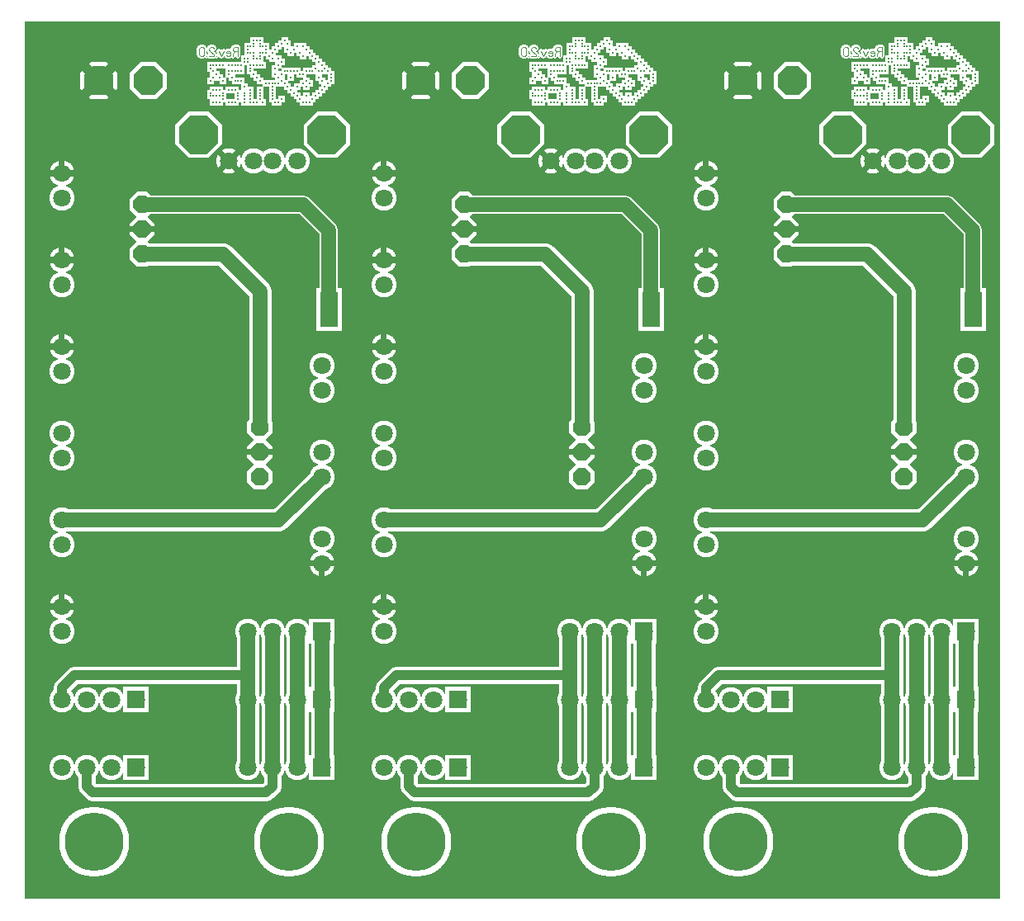
<source format=gbr>
%FSLAX34Y34*%
%MOMM*%
%LNSILK_TOP*%
G71*
G01*
%ADD10C, 2.60*%
%ADD11R, 0.67X0.67*%
%ADD12C, 0.51*%
%ADD13C, 2.30*%
%ADD14C, 1.80*%
%ADD15C, 7.20*%
%ADD16C, 1.90*%
%ADD17C, 1.00*%
%ADD18C, 0.60*%
%ADD19C, 1.80*%
%ADD20R, 0.27X0.27*%
%ADD21C, 0.11*%
%ADD22C, 1.50*%
%ADD23C, 6.00*%
%LPD*%
G36*
X0Y1000000D02*
X1000000Y1000000D01*
X1000000Y100000D01*
X0Y100000D01*
X0Y1000000D01*
G37*
%LPC*%
G36*
X146000Y931915D02*
X134885Y920800D01*
X119115Y920800D01*
X108000Y931915D01*
X108000Y947685D01*
X119115Y958800D01*
X134885Y958800D01*
X146000Y947685D01*
X146000Y931915D01*
G37*
G36*
X95200Y931915D02*
X84085Y920800D01*
X68315Y920800D01*
X57200Y931915D01*
X57200Y947685D01*
X68315Y958800D01*
X84085Y958800D01*
X95200Y947685D01*
X95200Y931915D01*
G37*
X38100Y819150D02*
G54D10*
D03*
X38100Y844550D02*
G54D10*
D03*
X38100Y730250D02*
G54D10*
D03*
X38100Y755650D02*
G54D10*
D03*
G36*
X57200Y947685D02*
X68315Y958800D01*
X84085Y958800D01*
X95200Y947685D01*
X95200Y931915D01*
X84085Y920800D01*
X68315Y920800D01*
X57200Y931915D01*
X57200Y947685D01*
G37*
X38100Y844550D02*
G54D10*
D03*
X38100Y755650D02*
G54D10*
D03*
X209550Y857250D02*
G54D10*
D03*
G36*
X126045Y825800D02*
X133650Y818195D01*
X133650Y807405D01*
X126045Y799800D01*
X115255Y799800D01*
X107650Y807405D01*
X107650Y818195D01*
X115255Y825800D01*
X126045Y825800D01*
G37*
G36*
X126045Y800400D02*
X133650Y792795D01*
X133650Y782005D01*
X126045Y774400D01*
X115255Y774400D01*
X107650Y782005D01*
X107650Y792795D01*
X115255Y800400D01*
X126045Y800400D01*
G37*
G36*
X126045Y775000D02*
X133650Y767395D01*
X133650Y756605D01*
X126045Y749000D01*
X115255Y749000D01*
X107650Y756605D01*
X107650Y767395D01*
X115255Y775000D01*
X126045Y775000D01*
G37*
G36*
X126045Y800400D02*
X133650Y792795D01*
X133650Y782005D01*
X126045Y774400D01*
X115255Y774400D01*
X107650Y782005D01*
X107650Y792795D01*
X115255Y800400D01*
X126045Y800400D01*
G37*
X279400Y857250D02*
G54D10*
D03*
X254397Y857250D02*
G54D10*
D03*
X234553Y857250D02*
G54D10*
D03*
X209550Y857250D02*
G54D10*
D03*
G36*
X334158Y874277D02*
X320118Y860237D01*
X300198Y860237D01*
X286158Y874277D01*
X286158Y894197D01*
X300198Y908237D01*
X320118Y908237D01*
X334158Y894197D01*
X334158Y874277D01*
G37*
G36*
X202594Y874277D02*
X188554Y860237D01*
X168634Y860237D01*
X154594Y874277D01*
X154594Y894197D01*
X168634Y908237D01*
X188554Y908237D01*
X202594Y894197D01*
X202594Y874277D01*
G37*
X314325Y939800D02*
G54D11*
D03*
X311150Y936625D02*
G54D11*
D03*
X307975Y933450D02*
G54D11*
D03*
X304800Y930275D02*
G54D11*
D03*
X314325Y946150D02*
G54D11*
D03*
X311150Y949325D02*
G54D11*
D03*
X307975Y952500D02*
G54D11*
D03*
X304800Y955675D02*
G54D11*
D03*
X301625Y958850D02*
G54D11*
D03*
X301625Y927100D02*
G54D11*
D03*
X298450Y923925D02*
G54D11*
D03*
X295275Y920750D02*
G54D11*
D03*
X292100Y917575D02*
G54D11*
D03*
X285750Y917575D02*
G54D11*
D03*
X282575Y920750D02*
G54D11*
D03*
X279400Y923925D02*
G54D11*
D03*
X276225Y927100D02*
G54D11*
D03*
X273050Y930275D02*
G54D11*
D03*
X269875Y933450D02*
G54D11*
D03*
X266700Y936625D02*
G54D11*
D03*
X263525Y939800D02*
G54D11*
D03*
X260350Y942975D02*
G54D11*
D03*
X298450Y962025D02*
G54D11*
D03*
X295275Y965200D02*
G54D11*
D03*
X292100Y968375D02*
G54D11*
D03*
X288925Y971550D02*
G54D11*
D03*
X273050Y968375D02*
G54D11*
D03*
X263525Y958850D02*
G54D11*
D03*
X260350Y962025D02*
G54D11*
D03*
X269875Y971550D02*
G54D11*
D03*
X269875Y977900D02*
G54D11*
D03*
X266700Y981075D02*
G54D11*
D03*
X263525Y977900D02*
G54D11*
D03*
X260350Y974725D02*
G54D11*
D03*
X257175Y971550D02*
G54D11*
D03*
X254000Y968375D02*
G54D11*
D03*
X250825Y965200D02*
G54D11*
D03*
X254000Y962025D02*
G54D11*
D03*
X304800Y949325D02*
G54D11*
D03*
X301625Y949325D02*
G54D11*
D03*
X298450Y952500D02*
G54D11*
D03*
X295275Y949325D02*
G54D11*
D03*
X292100Y949325D02*
G54D11*
D03*
X288925Y949325D02*
G54D11*
D03*
X285750Y946150D02*
G54D11*
D03*
X282575Y946150D02*
G54D11*
D03*
X279400Y949325D02*
G54D11*
D03*
X276225Y949325D02*
G54D11*
D03*
X273050Y949325D02*
G54D11*
D03*
X269875Y949325D02*
G54D11*
D03*
X266700Y949325D02*
G54D11*
D03*
X263525Y946150D02*
G54D11*
D03*
X247650Y974725D02*
G54D11*
D03*
X247650Y971550D02*
G54D11*
D03*
X247650Y968375D02*
G54D11*
D03*
X244475Y968375D02*
G54D11*
D03*
X244475Y974725D02*
G54D11*
D03*
X241300Y974725D02*
G54D11*
D03*
X241300Y977900D02*
G54D11*
D03*
X241300Y981075D02*
G54D11*
D03*
X238125Y981075D02*
G54D11*
D03*
X234950Y981075D02*
G54D11*
D03*
X234950Y977900D02*
G54D11*
D03*
X234950Y974725D02*
G54D11*
D03*
X231775Y974725D02*
G54D11*
D03*
X228600Y974725D02*
G54D11*
D03*
X228600Y971550D02*
G54D11*
D03*
X228600Y968375D02*
G54D11*
D03*
X231775Y968375D02*
G54D11*
D03*
X234950Y968375D02*
G54D11*
D03*
X241300Y968375D02*
G54D11*
D03*
X241300Y965200D02*
G54D11*
D03*
X241300Y962025D02*
G54D11*
D03*
X238125Y962025D02*
G54D11*
D03*
X234950Y962025D02*
G54D11*
D03*
X234950Y965200D02*
G54D11*
D03*
X285750Y974725D02*
G54D11*
D03*
X279400Y974725D02*
G54D11*
D03*
X276225Y971550D02*
G54D11*
D03*
X260350Y955675D02*
G54D11*
D03*
X257175Y952500D02*
G54D11*
D03*
X257175Y946150D02*
G54D11*
D03*
X260350Y936625D02*
G54D11*
D03*
X257175Y936625D02*
G54D11*
D03*
X254000Y936625D02*
G54D11*
D03*
X250825Y936625D02*
G54D11*
D03*
X247650Y936625D02*
G54D11*
D03*
X254000Y933450D02*
G54D11*
D03*
X254000Y930275D02*
G54D11*
D03*
X254000Y927100D02*
G54D11*
D03*
X254000Y923925D02*
G54D11*
D03*
X254000Y920750D02*
G54D11*
D03*
X257175Y917575D02*
G54D11*
D03*
X260350Y917575D02*
G54D11*
D03*
X263525Y920750D02*
G54D11*
D03*
X244475Y917575D02*
G54D11*
D03*
X241300Y920750D02*
G54D11*
D03*
X241300Y923925D02*
G54D11*
D03*
X241300Y927100D02*
G54D11*
D03*
X241300Y930275D02*
G54D11*
D03*
X238125Y917575D02*
G54D11*
D03*
X234950Y917575D02*
G54D11*
D03*
X231775Y917575D02*
G54D11*
D03*
X231775Y920750D02*
G54D11*
D03*
X231775Y923925D02*
G54D11*
D03*
X231775Y927100D02*
G54D11*
D03*
X231775Y930275D02*
G54D11*
D03*
X225425Y933450D02*
G54D11*
D03*
X225425Y927100D02*
G54D11*
D03*
X225425Y923925D02*
G54D11*
D03*
X225425Y920750D02*
G54D11*
D03*
X225425Y917575D02*
G54D11*
D03*
X219075Y920750D02*
G54D11*
D03*
X219075Y923925D02*
G54D11*
D03*
X219075Y927100D02*
G54D11*
D03*
X215900Y930275D02*
G54D11*
D03*
X212725Y930275D02*
G54D11*
D03*
X215900Y917575D02*
G54D11*
D03*
X212725Y917575D02*
G54D11*
D03*
X209550Y917575D02*
G54D11*
D03*
X209550Y930275D02*
G54D11*
D03*
X203200Y920750D02*
G54D11*
D03*
X203200Y923925D02*
G54D11*
D03*
X203200Y927100D02*
G54D11*
D03*
X200025Y930275D02*
G54D11*
D03*
X196850Y930275D02*
G54D11*
D03*
X193675Y930275D02*
G54D11*
D03*
X200025Y917575D02*
G54D11*
D03*
X196850Y917575D02*
G54D11*
D03*
X193675Y917575D02*
G54D11*
D03*
X190500Y927100D02*
G54D11*
D03*
X190500Y923925D02*
G54D11*
D03*
X193675Y923925D02*
G54D11*
D03*
X196850Y923925D02*
G54D11*
D03*
X200025Y923925D02*
G54D11*
D03*
X292100Y936625D02*
G54D11*
D03*
X288925Y933450D02*
G54D11*
D03*
X285750Y936625D02*
G54D11*
D03*
X288925Y939800D02*
G54D11*
D03*
X279400Y933450D02*
G54D11*
D03*
X301625Y942975D02*
G54D11*
D03*
X273050Y942975D02*
G54D11*
D03*
X288925Y923925D02*
G54D11*
D03*
X304800Y939800D02*
G54D11*
D03*
X244475Y955675D02*
G54D11*
D03*
X241300Y955675D02*
G54D11*
D03*
X238125Y955675D02*
G54D11*
D03*
X234950Y955675D02*
G54D11*
D03*
X231775Y955675D02*
G54D11*
D03*
X231775Y952500D02*
G54D11*
D03*
X231775Y949325D02*
G54D11*
D03*
X234950Y946150D02*
G54D11*
D03*
X238125Y942975D02*
G54D11*
D03*
X241300Y939800D02*
G54D11*
D03*
X228600Y962025D02*
G54D11*
D03*
X228600Y958850D02*
G54D11*
D03*
X225425Y958850D02*
G54D11*
D03*
X225425Y962025D02*
G54D11*
D03*
X222250Y955675D02*
G54D11*
D03*
X219075Y955675D02*
G54D11*
D03*
X215900Y955675D02*
G54D11*
D03*
X212725Y955675D02*
G54D11*
D03*
X209550Y955675D02*
G54D11*
D03*
X222250Y949325D02*
G54D11*
D03*
X219075Y949325D02*
G54D11*
D03*
X215900Y949325D02*
G54D11*
D03*
X212725Y949325D02*
G54D11*
D03*
X209550Y949325D02*
G54D11*
D03*
X209550Y946150D02*
G54D11*
D03*
X212725Y942975D02*
G54D11*
D03*
X215900Y939800D02*
G54D11*
D03*
X222250Y939800D02*
G54D11*
D03*
X219075Y939800D02*
G54D11*
D03*
X203200Y955675D02*
G54D11*
D03*
X200025Y955675D02*
G54D11*
D03*
X196850Y955675D02*
G54D11*
D03*
X193675Y955675D02*
G54D11*
D03*
X190500Y955675D02*
G54D11*
D03*
X190500Y952500D02*
G54D11*
D03*
X193675Y949325D02*
G54D11*
D03*
X196850Y946150D02*
G54D11*
D03*
X200025Y942975D02*
G54D11*
D03*
X203200Y939800D02*
G54D11*
D03*
X193675Y942975D02*
G54D11*
D03*
X190500Y939800D02*
G54D11*
D03*
X282575Y968375D02*
G54D11*
D03*
X285750Y965200D02*
G54D11*
D03*
G54D12*
X216408Y969644D02*
X214408Y968533D01*
X213742Y967422D01*
X213742Y965200D01*
G54D12*
X219075Y965200D02*
X219075Y974089D01*
X215742Y974089D01*
X214408Y973533D01*
X213742Y972422D01*
X213742Y971311D01*
X214408Y970200D01*
X215742Y969644D01*
X219075Y969644D01*
G54D12*
X207298Y965756D02*
X208365Y965200D01*
X209698Y965200D01*
X211031Y965756D01*
X211298Y966867D01*
X211298Y968756D01*
X210631Y969867D01*
X209298Y970200D01*
X207965Y969867D01*
X207298Y969089D01*
X207298Y967978D01*
X211298Y967978D01*
G54D12*
X204854Y970200D02*
X202187Y965200D01*
X199521Y970200D01*
G54D12*
X197077Y965200D02*
X197077Y965200D01*
G54D12*
X189300Y965200D02*
X194633Y965200D01*
X194633Y965756D01*
X193966Y966867D01*
X189966Y970200D01*
X189300Y971311D01*
X189300Y972422D01*
X189966Y973533D01*
X191300Y974089D01*
X192633Y974089D01*
X193966Y973533D01*
X194633Y972422D01*
G54D12*
X186856Y965200D02*
X186856Y965200D01*
G54D12*
X179079Y972422D02*
X179079Y966867D01*
X179745Y965756D01*
X181079Y965200D01*
X182412Y965200D01*
X183745Y965756D01*
X184412Y966867D01*
X184412Y972422D01*
X183745Y973533D01*
X182412Y974089D01*
X181079Y974089D01*
X179745Y973533D01*
X179079Y972422D01*
X228600Y374650D02*
G54D10*
D03*
X254000Y374650D02*
G54D10*
D03*
X279400Y374650D02*
G54D10*
D03*
X304800Y374650D02*
G54D10*
D03*
X228600Y304800D02*
G54D10*
D03*
X254000Y304800D02*
G54D10*
D03*
X279400Y304800D02*
G54D10*
D03*
X304800Y304800D02*
G54D10*
D03*
X38100Y304800D02*
G54D10*
D03*
X63500Y304800D02*
G54D10*
D03*
X88900Y304800D02*
G54D10*
D03*
X114300Y304800D02*
G54D10*
D03*
X38100Y234950D02*
G54D10*
D03*
X63500Y234950D02*
G54D10*
D03*
X88900Y234950D02*
G54D10*
D03*
X114300Y234950D02*
G54D10*
D03*
X228600Y234950D02*
G54D10*
D03*
X254000Y234950D02*
G54D10*
D03*
X279400Y234950D02*
G54D10*
D03*
X304800Y234950D02*
G54D10*
D03*
X38100Y641350D02*
G54D10*
D03*
X38100Y666750D02*
G54D10*
D03*
G54D13*
X228600Y374650D02*
X228600Y234950D01*
G54D13*
X254000Y374650D02*
X254000Y234950D01*
G54D13*
X279400Y374650D02*
X279400Y234950D01*
G54D13*
X304800Y374650D02*
X304800Y234950D01*
X38100Y666750D02*
G54D10*
D03*
X288925Y917575D02*
G54D11*
D03*
X314325Y942975D02*
G54D11*
D03*
G36*
X291800Y247950D02*
X317800Y247950D01*
X317800Y221950D01*
X291800Y221950D01*
X291800Y247950D01*
G37*
G36*
X101300Y317800D02*
X127300Y317800D01*
X127300Y291800D01*
X101300Y291800D01*
X101300Y317800D01*
G37*
G36*
X101300Y247950D02*
X127300Y247950D01*
X127300Y221950D01*
X101300Y221950D01*
X101300Y247950D01*
G37*
G36*
X291800Y317800D02*
X317800Y317800D01*
X317800Y291800D01*
X291800Y291800D01*
X291800Y317800D01*
G37*
G36*
X291800Y387650D02*
X317800Y387650D01*
X317800Y361650D01*
X291800Y361650D01*
X291800Y387650D01*
G37*
G54D14*
X254000Y234950D02*
X254000Y215900D01*
X247650Y209550D01*
X69850Y209550D01*
X63500Y215900D01*
X63500Y234950D01*
G54D14*
X38100Y304800D02*
X38100Y317500D01*
X50800Y330200D01*
X228600Y330200D01*
G36*
X299341Y726850D02*
X325341Y726850D01*
X325341Y682850D01*
X299341Y682850D01*
X299341Y726850D01*
G37*
G36*
X235905Y520400D02*
X228300Y528005D01*
X228300Y538795D01*
X235905Y546400D01*
X246695Y546400D01*
X254300Y538795D01*
X254300Y528005D01*
X246695Y520400D01*
X235905Y520400D01*
G37*
G36*
X235905Y545800D02*
X228300Y553405D01*
X228300Y564195D01*
X235905Y571800D01*
X246695Y571800D01*
X254300Y564195D01*
X254300Y553405D01*
X246695Y545800D01*
X235905Y545800D01*
G37*
G36*
X235905Y571200D02*
X228300Y578805D01*
X228300Y589595D01*
X235905Y597200D01*
X246695Y597200D01*
X254300Y589595D01*
X254300Y578805D01*
X246695Y571200D01*
X235905Y571200D01*
G37*
G36*
X235905Y545800D02*
X228300Y553405D01*
X228300Y564195D01*
X235905Y571800D01*
X246695Y571800D01*
X254300Y564195D01*
X254300Y553405D01*
X246695Y545800D01*
X235905Y545800D01*
G37*
X304800Y647700D02*
G54D10*
D03*
X304800Y622300D02*
G54D10*
D03*
X304800Y558800D02*
G54D10*
D03*
X304800Y533400D02*
G54D10*
D03*
X38100Y552450D02*
G54D10*
D03*
X38100Y577850D02*
G54D10*
D03*
X38100Y463550D02*
G54D10*
D03*
X38100Y488950D02*
G54D10*
D03*
G54D13*
X120650Y762000D02*
X203200Y762000D01*
X241300Y723900D01*
X241300Y584200D01*
X38100Y374650D02*
G54D10*
D03*
X38100Y400050D02*
G54D10*
D03*
X38100Y400050D02*
G54D10*
D03*
X304800Y469900D02*
G54D10*
D03*
X304800Y444500D02*
G54D10*
D03*
X304800Y444500D02*
G54D10*
D03*
X71438Y158750D02*
G54D15*
D03*
X271462Y158750D02*
G54D15*
D03*
G54D13*
X38100Y488950D02*
X260350Y488950D01*
X304800Y533400D01*
G54D16*
X312341Y704850D02*
X312341Y786209D01*
X285750Y812800D01*
X120650Y812800D01*
G36*
X476200Y931915D02*
X465085Y920800D01*
X449315Y920800D01*
X438200Y931915D01*
X438200Y947685D01*
X449315Y958800D01*
X465085Y958800D01*
X476200Y947685D01*
X476200Y931915D01*
G37*
G36*
X425400Y931915D02*
X414285Y920800D01*
X398515Y920800D01*
X387400Y931915D01*
X387400Y947685D01*
X398515Y958800D01*
X414285Y958800D01*
X425400Y947685D01*
X425400Y931915D01*
G37*
X368300Y819150D02*
G54D10*
D03*
X368300Y844550D02*
G54D10*
D03*
X368300Y730250D02*
G54D10*
D03*
X368300Y755650D02*
G54D10*
D03*
G36*
X387400Y947685D02*
X398515Y958800D01*
X414285Y958800D01*
X425400Y947685D01*
X425400Y931915D01*
X414285Y920800D01*
X398515Y920800D01*
X387400Y931915D01*
X387400Y947685D01*
G37*
X368300Y844550D02*
G54D10*
D03*
X368300Y755650D02*
G54D10*
D03*
X539750Y857250D02*
G54D10*
D03*
G36*
X456245Y825800D02*
X463850Y818195D01*
X463850Y807405D01*
X456245Y799800D01*
X445455Y799800D01*
X437850Y807405D01*
X437850Y818195D01*
X445455Y825800D01*
X456245Y825800D01*
G37*
G36*
X456245Y800400D02*
X463850Y792795D01*
X463850Y782005D01*
X456245Y774400D01*
X445455Y774400D01*
X437850Y782005D01*
X437850Y792795D01*
X445455Y800400D01*
X456245Y800400D01*
G37*
G36*
X456245Y775000D02*
X463850Y767395D01*
X463850Y756605D01*
X456245Y749000D01*
X445455Y749000D01*
X437850Y756605D01*
X437850Y767395D01*
X445455Y775000D01*
X456245Y775000D01*
G37*
G36*
X456245Y800400D02*
X463850Y792795D01*
X463850Y782005D01*
X456245Y774400D01*
X445455Y774400D01*
X437850Y782005D01*
X437850Y792795D01*
X445455Y800400D01*
X456245Y800400D01*
G37*
X609600Y857250D02*
G54D10*
D03*
X584597Y857250D02*
G54D10*
D03*
X564753Y857250D02*
G54D10*
D03*
X539750Y857250D02*
G54D10*
D03*
G36*
X664358Y874277D02*
X650318Y860237D01*
X630398Y860237D01*
X616358Y874277D01*
X616358Y894197D01*
X630398Y908237D01*
X650318Y908237D01*
X664358Y894197D01*
X664358Y874277D01*
G37*
G36*
X532794Y874277D02*
X518754Y860237D01*
X498834Y860237D01*
X484794Y874277D01*
X484794Y894197D01*
X498834Y908237D01*
X518754Y908237D01*
X532794Y894197D01*
X532794Y874277D01*
G37*
X644525Y939800D02*
G54D11*
D03*
X641350Y936625D02*
G54D11*
D03*
X638175Y933450D02*
G54D11*
D03*
X635000Y930275D02*
G54D11*
D03*
X644525Y946150D02*
G54D11*
D03*
X641350Y949325D02*
G54D11*
D03*
X638175Y952500D02*
G54D11*
D03*
X635000Y955675D02*
G54D11*
D03*
X631825Y958850D02*
G54D11*
D03*
X631825Y927100D02*
G54D11*
D03*
X628650Y923925D02*
G54D11*
D03*
X625475Y920750D02*
G54D11*
D03*
X622300Y917575D02*
G54D11*
D03*
X615950Y917575D02*
G54D11*
D03*
X612775Y920750D02*
G54D11*
D03*
X609600Y923925D02*
G54D11*
D03*
X606425Y927100D02*
G54D11*
D03*
X603250Y930275D02*
G54D11*
D03*
X600075Y933450D02*
G54D11*
D03*
X596900Y936625D02*
G54D11*
D03*
X593725Y939800D02*
G54D11*
D03*
X590550Y942975D02*
G54D11*
D03*
X628650Y962025D02*
G54D11*
D03*
X625475Y965200D02*
G54D11*
D03*
X622300Y968375D02*
G54D11*
D03*
X619125Y971550D02*
G54D11*
D03*
X603250Y968375D02*
G54D11*
D03*
X593725Y958850D02*
G54D11*
D03*
X590550Y962025D02*
G54D11*
D03*
X600075Y971550D02*
G54D11*
D03*
X600075Y977900D02*
G54D11*
D03*
X596900Y981075D02*
G54D11*
D03*
X593725Y977900D02*
G54D11*
D03*
X590550Y974725D02*
G54D11*
D03*
X587375Y971550D02*
G54D11*
D03*
X584200Y968375D02*
G54D11*
D03*
X581025Y965200D02*
G54D11*
D03*
X584200Y962025D02*
G54D11*
D03*
X635000Y949325D02*
G54D11*
D03*
X631825Y949325D02*
G54D11*
D03*
X628650Y952500D02*
G54D11*
D03*
X625475Y949325D02*
G54D11*
D03*
X622300Y949325D02*
G54D11*
D03*
X619125Y949325D02*
G54D11*
D03*
X615950Y946150D02*
G54D11*
D03*
X612775Y946150D02*
G54D11*
D03*
X609600Y949325D02*
G54D11*
D03*
X606425Y949325D02*
G54D11*
D03*
X603250Y949325D02*
G54D11*
D03*
X600075Y949325D02*
G54D11*
D03*
X596900Y949325D02*
G54D11*
D03*
X593725Y946150D02*
G54D11*
D03*
X577850Y974725D02*
G54D11*
D03*
X577850Y971550D02*
G54D11*
D03*
X577850Y968375D02*
G54D11*
D03*
X574675Y968375D02*
G54D11*
D03*
X574675Y974725D02*
G54D11*
D03*
X571500Y974725D02*
G54D11*
D03*
X571500Y977900D02*
G54D11*
D03*
X571500Y981075D02*
G54D11*
D03*
X568325Y981075D02*
G54D11*
D03*
X565150Y981075D02*
G54D11*
D03*
X565150Y977900D02*
G54D11*
D03*
X565150Y974725D02*
G54D11*
D03*
X561975Y974725D02*
G54D11*
D03*
X558800Y974725D02*
G54D11*
D03*
X558800Y971550D02*
G54D11*
D03*
X558800Y968375D02*
G54D11*
D03*
X561975Y968375D02*
G54D11*
D03*
X565150Y968375D02*
G54D11*
D03*
X571500Y968375D02*
G54D11*
D03*
X571500Y965200D02*
G54D11*
D03*
X571500Y962025D02*
G54D11*
D03*
X568325Y962025D02*
G54D11*
D03*
X565150Y962025D02*
G54D11*
D03*
X565150Y965200D02*
G54D11*
D03*
X615950Y974725D02*
G54D11*
D03*
X609600Y974725D02*
G54D11*
D03*
X606425Y971550D02*
G54D11*
D03*
X590550Y955675D02*
G54D11*
D03*
X587375Y952500D02*
G54D11*
D03*
X587375Y946150D02*
G54D11*
D03*
X590550Y936625D02*
G54D11*
D03*
X587375Y936625D02*
G54D11*
D03*
X584200Y936625D02*
G54D11*
D03*
X581025Y936625D02*
G54D11*
D03*
X577850Y936625D02*
G54D11*
D03*
X584200Y933450D02*
G54D11*
D03*
X584200Y930275D02*
G54D11*
D03*
X584200Y927100D02*
G54D11*
D03*
X584200Y923925D02*
G54D11*
D03*
X584200Y920750D02*
G54D11*
D03*
X587375Y917575D02*
G54D11*
D03*
X590550Y917575D02*
G54D11*
D03*
X593725Y920750D02*
G54D11*
D03*
X574675Y917575D02*
G54D11*
D03*
X571500Y920750D02*
G54D11*
D03*
X571500Y923925D02*
G54D11*
D03*
X571500Y927100D02*
G54D11*
D03*
X571500Y930275D02*
G54D11*
D03*
X568325Y917575D02*
G54D11*
D03*
X565150Y917575D02*
G54D11*
D03*
X561975Y917575D02*
G54D11*
D03*
X561975Y920750D02*
G54D11*
D03*
X561975Y923925D02*
G54D11*
D03*
X561975Y927100D02*
G54D11*
D03*
X561975Y930275D02*
G54D11*
D03*
X555625Y933450D02*
G54D11*
D03*
X555625Y927100D02*
G54D11*
D03*
X555625Y923925D02*
G54D11*
D03*
X555625Y920750D02*
G54D11*
D03*
X555625Y917575D02*
G54D11*
D03*
X549275Y920750D02*
G54D11*
D03*
X549275Y923925D02*
G54D11*
D03*
X549275Y927100D02*
G54D11*
D03*
X546100Y930275D02*
G54D11*
D03*
X542925Y930275D02*
G54D11*
D03*
X546100Y917575D02*
G54D11*
D03*
X542925Y917575D02*
G54D11*
D03*
X539750Y917575D02*
G54D11*
D03*
X539750Y930275D02*
G54D11*
D03*
X533400Y920750D02*
G54D11*
D03*
X533400Y923925D02*
G54D11*
D03*
X533400Y927100D02*
G54D11*
D03*
X530225Y930275D02*
G54D11*
D03*
X527050Y930275D02*
G54D11*
D03*
X523875Y930275D02*
G54D11*
D03*
X530225Y917575D02*
G54D11*
D03*
X527050Y917575D02*
G54D11*
D03*
X523875Y917575D02*
G54D11*
D03*
X520700Y927100D02*
G54D11*
D03*
X520700Y923925D02*
G54D11*
D03*
X523875Y923925D02*
G54D11*
D03*
X527050Y923925D02*
G54D11*
D03*
X530225Y923925D02*
G54D11*
D03*
X622300Y936625D02*
G54D11*
D03*
X619125Y933450D02*
G54D11*
D03*
X615950Y936625D02*
G54D11*
D03*
X619125Y939800D02*
G54D11*
D03*
X609600Y933450D02*
G54D11*
D03*
X631825Y942975D02*
G54D11*
D03*
X603250Y942975D02*
G54D11*
D03*
X619125Y923925D02*
G54D11*
D03*
X635000Y939800D02*
G54D11*
D03*
X574675Y955675D02*
G54D11*
D03*
X571500Y955675D02*
G54D11*
D03*
X568325Y955675D02*
G54D11*
D03*
X565150Y955675D02*
G54D11*
D03*
X561975Y955675D02*
G54D11*
D03*
X561975Y952500D02*
G54D11*
D03*
X561975Y949325D02*
G54D11*
D03*
X565150Y946150D02*
G54D11*
D03*
X568325Y942975D02*
G54D11*
D03*
X571500Y939800D02*
G54D11*
D03*
X558800Y962025D02*
G54D11*
D03*
X558800Y958850D02*
G54D11*
D03*
X555625Y958850D02*
G54D11*
D03*
X555625Y962025D02*
G54D11*
D03*
X552450Y955675D02*
G54D11*
D03*
X549275Y955675D02*
G54D11*
D03*
X546100Y955675D02*
G54D11*
D03*
X542925Y955675D02*
G54D11*
D03*
X539750Y955675D02*
G54D11*
D03*
X552450Y949325D02*
G54D11*
D03*
X549275Y949325D02*
G54D11*
D03*
X546100Y949325D02*
G54D11*
D03*
X542925Y949325D02*
G54D11*
D03*
X539750Y949325D02*
G54D11*
D03*
X539750Y946150D02*
G54D11*
D03*
X542925Y942975D02*
G54D11*
D03*
X546100Y939800D02*
G54D11*
D03*
X552450Y939800D02*
G54D11*
D03*
X549275Y939800D02*
G54D11*
D03*
X533400Y955675D02*
G54D11*
D03*
X530225Y955675D02*
G54D11*
D03*
X527050Y955675D02*
G54D11*
D03*
X523875Y955675D02*
G54D11*
D03*
X520700Y955675D02*
G54D11*
D03*
X520700Y952500D02*
G54D11*
D03*
X523875Y949325D02*
G54D11*
D03*
X527050Y946150D02*
G54D11*
D03*
X530225Y942975D02*
G54D11*
D03*
X533400Y939800D02*
G54D11*
D03*
X523875Y942975D02*
G54D11*
D03*
X520700Y939800D02*
G54D11*
D03*
X612775Y968375D02*
G54D11*
D03*
X615950Y965200D02*
G54D11*
D03*
G54D12*
X546608Y969644D02*
X544608Y968533D01*
X543942Y967422D01*
X543942Y965200D01*
G54D12*
X549275Y965200D02*
X549275Y974089D01*
X545942Y974089D01*
X544608Y973533D01*
X543942Y972422D01*
X543942Y971311D01*
X544608Y970200D01*
X545942Y969644D01*
X549275Y969644D01*
G54D12*
X537498Y965756D02*
X538565Y965200D01*
X539898Y965200D01*
X541231Y965756D01*
X541498Y966867D01*
X541498Y968756D01*
X540831Y969867D01*
X539498Y970200D01*
X538165Y969867D01*
X537498Y969089D01*
X537498Y967978D01*
X541498Y967978D01*
G54D12*
X535054Y970200D02*
X532387Y965200D01*
X529721Y970200D01*
G54D12*
X527277Y965200D02*
X527277Y965200D01*
G54D12*
X519500Y965200D02*
X524833Y965200D01*
X524833Y965756D01*
X524166Y966867D01*
X520166Y970200D01*
X519500Y971311D01*
X519500Y972422D01*
X520166Y973533D01*
X521500Y974089D01*
X522833Y974089D01*
X524166Y973533D01*
X524833Y972422D01*
G54D12*
X517056Y965200D02*
X517056Y965200D01*
G54D12*
X509279Y972422D02*
X509279Y966867D01*
X509945Y965756D01*
X511279Y965200D01*
X512612Y965200D01*
X513945Y965756D01*
X514612Y966867D01*
X514612Y972422D01*
X513945Y973533D01*
X512612Y974089D01*
X511279Y974089D01*
X509945Y973533D01*
X509279Y972422D01*
X558800Y374650D02*
G54D10*
D03*
X584200Y374650D02*
G54D10*
D03*
X609600Y374650D02*
G54D10*
D03*
X635000Y374650D02*
G54D10*
D03*
X558800Y304800D02*
G54D10*
D03*
X584200Y304800D02*
G54D10*
D03*
X609600Y304800D02*
G54D10*
D03*
X635000Y304800D02*
G54D10*
D03*
X368300Y304800D02*
G54D10*
D03*
X393700Y304800D02*
G54D10*
D03*
X419100Y304800D02*
G54D10*
D03*
X444500Y304800D02*
G54D10*
D03*
X368300Y234950D02*
G54D10*
D03*
X393700Y234950D02*
G54D10*
D03*
X419100Y234950D02*
G54D10*
D03*
X444500Y234950D02*
G54D10*
D03*
X558800Y234950D02*
G54D10*
D03*
X584200Y234950D02*
G54D10*
D03*
X609600Y234950D02*
G54D10*
D03*
X635000Y234950D02*
G54D10*
D03*
X368300Y641350D02*
G54D10*
D03*
X368300Y666750D02*
G54D10*
D03*
G54D13*
X558800Y374650D02*
X558800Y234950D01*
G54D13*
X584200Y374650D02*
X584200Y234950D01*
G54D13*
X609600Y374650D02*
X609600Y234950D01*
G54D13*
X635000Y374650D02*
X635000Y234950D01*
X368300Y666750D02*
G54D10*
D03*
X619125Y917575D02*
G54D11*
D03*
X644525Y942975D02*
G54D11*
D03*
G36*
X622000Y247950D02*
X648000Y247950D01*
X648000Y221950D01*
X622000Y221950D01*
X622000Y247950D01*
G37*
G36*
X431500Y317800D02*
X457500Y317800D01*
X457500Y291800D01*
X431500Y291800D01*
X431500Y317800D01*
G37*
G36*
X431500Y247950D02*
X457500Y247950D01*
X457500Y221950D01*
X431500Y221950D01*
X431500Y247950D01*
G37*
G36*
X622000Y317800D02*
X648000Y317800D01*
X648000Y291800D01*
X622000Y291800D01*
X622000Y317800D01*
G37*
G36*
X622000Y387650D02*
X648000Y387650D01*
X648000Y361650D01*
X622000Y361650D01*
X622000Y387650D01*
G37*
G54D14*
X584200Y234950D02*
X584200Y215900D01*
X577850Y209550D01*
X400050Y209550D01*
X393700Y215900D01*
X393700Y234950D01*
G54D14*
X368300Y304800D02*
X368300Y317500D01*
X381000Y330200D01*
X558800Y330200D01*
G36*
X629541Y726850D02*
X655541Y726850D01*
X655541Y682850D01*
X629541Y682850D01*
X629541Y726850D01*
G37*
G36*
X566105Y520400D02*
X558500Y528005D01*
X558500Y538795D01*
X566105Y546400D01*
X576895Y546400D01*
X584500Y538795D01*
X584500Y528005D01*
X576895Y520400D01*
X566105Y520400D01*
G37*
G36*
X566105Y545800D02*
X558500Y553405D01*
X558500Y564195D01*
X566105Y571800D01*
X576895Y571800D01*
X584500Y564195D01*
X584500Y553405D01*
X576895Y545800D01*
X566105Y545800D01*
G37*
G36*
X566105Y571200D02*
X558500Y578805D01*
X558500Y589595D01*
X566105Y597200D01*
X576895Y597200D01*
X584500Y589595D01*
X584500Y578805D01*
X576895Y571200D01*
X566105Y571200D01*
G37*
G36*
X566105Y545800D02*
X558500Y553405D01*
X558500Y564195D01*
X566105Y571800D01*
X576895Y571800D01*
X584500Y564195D01*
X584500Y553405D01*
X576895Y545800D01*
X566105Y545800D01*
G37*
X635000Y647700D02*
G54D10*
D03*
X635000Y622300D02*
G54D10*
D03*
X635000Y558800D02*
G54D10*
D03*
X635000Y533400D02*
G54D10*
D03*
X368300Y552450D02*
G54D10*
D03*
X368300Y577850D02*
G54D10*
D03*
X368300Y463550D02*
G54D10*
D03*
X368300Y488950D02*
G54D10*
D03*
G54D13*
X450850Y762000D02*
X533400Y762000D01*
X571500Y723900D01*
X571500Y584200D01*
X368300Y374650D02*
G54D10*
D03*
X368300Y400050D02*
G54D10*
D03*
X368300Y400050D02*
G54D10*
D03*
X635000Y469900D02*
G54D10*
D03*
X635000Y444500D02*
G54D10*
D03*
X635000Y444500D02*
G54D10*
D03*
X401638Y158750D02*
G54D15*
D03*
X601662Y158750D02*
G54D15*
D03*
G54D13*
X368300Y488950D02*
X590550Y488950D01*
X635000Y533400D01*
G54D16*
X642541Y704850D02*
X642541Y786209D01*
X615950Y812800D01*
X450850Y812800D01*
G36*
X806400Y931915D02*
X795285Y920800D01*
X779515Y920800D01*
X768400Y931915D01*
X768400Y947685D01*
X779515Y958800D01*
X795285Y958800D01*
X806400Y947685D01*
X806400Y931915D01*
G37*
G36*
X755600Y931915D02*
X744485Y920800D01*
X728715Y920800D01*
X717600Y931915D01*
X717600Y947685D01*
X728715Y958800D01*
X744485Y958800D01*
X755600Y947685D01*
X755600Y931915D01*
G37*
X698500Y819150D02*
G54D10*
D03*
X698500Y844550D02*
G54D10*
D03*
X698500Y730250D02*
G54D10*
D03*
X698500Y755650D02*
G54D10*
D03*
G36*
X717600Y947685D02*
X728715Y958800D01*
X744485Y958800D01*
X755600Y947685D01*
X755600Y931915D01*
X744485Y920800D01*
X728715Y920800D01*
X717600Y931915D01*
X717600Y947685D01*
G37*
X698500Y844550D02*
G54D10*
D03*
X698500Y755650D02*
G54D10*
D03*
X869950Y857250D02*
G54D10*
D03*
G36*
X786445Y825800D02*
X794050Y818195D01*
X794050Y807405D01*
X786445Y799800D01*
X775655Y799800D01*
X768050Y807405D01*
X768050Y818195D01*
X775655Y825800D01*
X786445Y825800D01*
G37*
G36*
X786445Y800400D02*
X794050Y792795D01*
X794050Y782005D01*
X786445Y774400D01*
X775655Y774400D01*
X768050Y782005D01*
X768050Y792795D01*
X775655Y800400D01*
X786445Y800400D01*
G37*
G36*
X786445Y775000D02*
X794050Y767395D01*
X794050Y756605D01*
X786445Y749000D01*
X775655Y749000D01*
X768050Y756605D01*
X768050Y767395D01*
X775655Y775000D01*
X786445Y775000D01*
G37*
G36*
X786445Y800400D02*
X794050Y792795D01*
X794050Y782005D01*
X786445Y774400D01*
X775655Y774400D01*
X768050Y782005D01*
X768050Y792795D01*
X775655Y800400D01*
X786445Y800400D01*
G37*
X939800Y857250D02*
G54D10*
D03*
X914797Y857250D02*
G54D10*
D03*
X894953Y857250D02*
G54D10*
D03*
X869950Y857250D02*
G54D10*
D03*
G36*
X994558Y874277D02*
X980518Y860237D01*
X960598Y860237D01*
X946558Y874277D01*
X946558Y894197D01*
X960598Y908237D01*
X980518Y908237D01*
X994558Y894197D01*
X994558Y874277D01*
G37*
G36*
X862994Y874277D02*
X848954Y860237D01*
X829034Y860237D01*
X814994Y874277D01*
X814994Y894197D01*
X829034Y908237D01*
X848954Y908237D01*
X862994Y894197D01*
X862994Y874277D01*
G37*
X974725Y939800D02*
G54D11*
D03*
X971550Y936625D02*
G54D11*
D03*
X968375Y933450D02*
G54D11*
D03*
X965200Y930275D02*
G54D11*
D03*
X974725Y946150D02*
G54D11*
D03*
X971550Y949325D02*
G54D11*
D03*
X968375Y952500D02*
G54D11*
D03*
X965200Y955675D02*
G54D11*
D03*
X962025Y958850D02*
G54D11*
D03*
X962025Y927100D02*
G54D11*
D03*
X958850Y923925D02*
G54D11*
D03*
X955675Y920750D02*
G54D11*
D03*
X952500Y917575D02*
G54D11*
D03*
X946150Y917575D02*
G54D11*
D03*
X942975Y920750D02*
G54D11*
D03*
X939800Y923925D02*
G54D11*
D03*
X936625Y927100D02*
G54D11*
D03*
X933450Y930275D02*
G54D11*
D03*
X930275Y933450D02*
G54D11*
D03*
X927100Y936625D02*
G54D11*
D03*
X923925Y939800D02*
G54D11*
D03*
X920750Y942975D02*
G54D11*
D03*
X958850Y962025D02*
G54D11*
D03*
X955675Y965200D02*
G54D11*
D03*
X952500Y968375D02*
G54D11*
D03*
X949325Y971550D02*
G54D11*
D03*
X933450Y968375D02*
G54D11*
D03*
X923925Y958850D02*
G54D11*
D03*
X920750Y962025D02*
G54D11*
D03*
X930275Y971550D02*
G54D11*
D03*
X930275Y977900D02*
G54D11*
D03*
X927100Y981075D02*
G54D11*
D03*
X923925Y977900D02*
G54D11*
D03*
X920750Y974725D02*
G54D11*
D03*
X917575Y971550D02*
G54D11*
D03*
X914400Y968375D02*
G54D11*
D03*
X911225Y965200D02*
G54D11*
D03*
X914400Y962025D02*
G54D11*
D03*
X965200Y949325D02*
G54D11*
D03*
X962025Y949325D02*
G54D11*
D03*
X958850Y952500D02*
G54D11*
D03*
X955675Y949325D02*
G54D11*
D03*
X952500Y949325D02*
G54D11*
D03*
X949325Y949325D02*
G54D11*
D03*
X946150Y946150D02*
G54D11*
D03*
X942975Y946150D02*
G54D11*
D03*
X939800Y949325D02*
G54D11*
D03*
X936625Y949325D02*
G54D11*
D03*
X933450Y949325D02*
G54D11*
D03*
X930275Y949325D02*
G54D11*
D03*
X927100Y949325D02*
G54D11*
D03*
X923925Y946150D02*
G54D11*
D03*
X908050Y974725D02*
G54D11*
D03*
X908050Y971550D02*
G54D11*
D03*
X908050Y968375D02*
G54D11*
D03*
X904875Y968375D02*
G54D11*
D03*
X904875Y974725D02*
G54D11*
D03*
X901700Y974725D02*
G54D11*
D03*
X901700Y977900D02*
G54D11*
D03*
X901700Y981075D02*
G54D11*
D03*
X898525Y981075D02*
G54D11*
D03*
X895350Y981075D02*
G54D11*
D03*
X895350Y977900D02*
G54D11*
D03*
X895350Y974725D02*
G54D11*
D03*
X892175Y974725D02*
G54D11*
D03*
X889000Y974725D02*
G54D11*
D03*
X889000Y971550D02*
G54D11*
D03*
X889000Y968375D02*
G54D11*
D03*
X892175Y968375D02*
G54D11*
D03*
X895350Y968375D02*
G54D11*
D03*
X901700Y968375D02*
G54D11*
D03*
X901700Y965200D02*
G54D11*
D03*
X901700Y962025D02*
G54D11*
D03*
X898525Y962025D02*
G54D11*
D03*
X895350Y962025D02*
G54D11*
D03*
X895350Y965200D02*
G54D11*
D03*
X946150Y974725D02*
G54D11*
D03*
X939800Y974725D02*
G54D11*
D03*
X936625Y971550D02*
G54D11*
D03*
X920750Y955675D02*
G54D11*
D03*
X917575Y952500D02*
G54D11*
D03*
X917575Y946150D02*
G54D11*
D03*
X920750Y936625D02*
G54D11*
D03*
X917575Y936625D02*
G54D11*
D03*
X914400Y936625D02*
G54D11*
D03*
X911225Y936625D02*
G54D11*
D03*
X908050Y936625D02*
G54D11*
D03*
X914400Y933450D02*
G54D11*
D03*
X914400Y930275D02*
G54D11*
D03*
X914400Y927100D02*
G54D11*
D03*
X914400Y923925D02*
G54D11*
D03*
X914400Y920750D02*
G54D11*
D03*
X917575Y917575D02*
G54D11*
D03*
X920750Y917575D02*
G54D11*
D03*
X923925Y920750D02*
G54D11*
D03*
X904875Y917575D02*
G54D11*
D03*
X901700Y920750D02*
G54D11*
D03*
X901700Y923925D02*
G54D11*
D03*
X901700Y927100D02*
G54D11*
D03*
X901700Y930275D02*
G54D11*
D03*
X898525Y917575D02*
G54D11*
D03*
X895350Y917575D02*
G54D11*
D03*
X892175Y917575D02*
G54D11*
D03*
X892175Y920750D02*
G54D11*
D03*
X892175Y923925D02*
G54D11*
D03*
X892175Y927100D02*
G54D11*
D03*
X892175Y930275D02*
G54D11*
D03*
X885825Y933450D02*
G54D11*
D03*
X885825Y927100D02*
G54D11*
D03*
X885825Y923925D02*
G54D11*
D03*
X885825Y920750D02*
G54D11*
D03*
X885825Y917575D02*
G54D11*
D03*
X879475Y920750D02*
G54D11*
D03*
X879475Y923925D02*
G54D11*
D03*
X879475Y927100D02*
G54D11*
D03*
X876300Y930275D02*
G54D11*
D03*
X873125Y930275D02*
G54D11*
D03*
X876300Y917575D02*
G54D11*
D03*
X873125Y917575D02*
G54D11*
D03*
X869950Y917575D02*
G54D11*
D03*
X869950Y930275D02*
G54D11*
D03*
X863600Y920750D02*
G54D11*
D03*
X863600Y923925D02*
G54D11*
D03*
X863600Y927100D02*
G54D11*
D03*
X860425Y930275D02*
G54D11*
D03*
X857250Y930275D02*
G54D11*
D03*
X854075Y930275D02*
G54D11*
D03*
X860425Y917575D02*
G54D11*
D03*
X857250Y917575D02*
G54D11*
D03*
X854075Y917575D02*
G54D11*
D03*
X850900Y927100D02*
G54D11*
D03*
X850900Y923925D02*
G54D11*
D03*
X854075Y923925D02*
G54D11*
D03*
X857250Y923925D02*
G54D11*
D03*
X860425Y923925D02*
G54D11*
D03*
X952500Y936625D02*
G54D11*
D03*
X949325Y933450D02*
G54D11*
D03*
X946150Y936625D02*
G54D11*
D03*
X949325Y939800D02*
G54D11*
D03*
X939800Y933450D02*
G54D11*
D03*
X962025Y942975D02*
G54D11*
D03*
X933450Y942975D02*
G54D11*
D03*
X949325Y923925D02*
G54D11*
D03*
X965200Y939800D02*
G54D11*
D03*
X904875Y955675D02*
G54D11*
D03*
X901700Y955675D02*
G54D11*
D03*
X898525Y955675D02*
G54D11*
D03*
X895350Y955675D02*
G54D11*
D03*
X892175Y955675D02*
G54D11*
D03*
X892175Y952500D02*
G54D11*
D03*
X892175Y949325D02*
G54D11*
D03*
X895350Y946150D02*
G54D11*
D03*
X898525Y942975D02*
G54D11*
D03*
X901700Y939800D02*
G54D11*
D03*
X889000Y962025D02*
G54D11*
D03*
X889000Y958850D02*
G54D11*
D03*
X885825Y958850D02*
G54D11*
D03*
X885825Y962025D02*
G54D11*
D03*
X882650Y955675D02*
G54D11*
D03*
X879475Y955675D02*
G54D11*
D03*
X876300Y955675D02*
G54D11*
D03*
X873125Y955675D02*
G54D11*
D03*
X869950Y955675D02*
G54D11*
D03*
X882650Y949325D02*
G54D11*
D03*
X879475Y949325D02*
G54D11*
D03*
X876300Y949325D02*
G54D11*
D03*
X873125Y949325D02*
G54D11*
D03*
X869950Y949325D02*
G54D11*
D03*
X869950Y946150D02*
G54D11*
D03*
X873125Y942975D02*
G54D11*
D03*
X876300Y939800D02*
G54D11*
D03*
X882650Y939800D02*
G54D11*
D03*
X879475Y939800D02*
G54D11*
D03*
X863600Y955675D02*
G54D11*
D03*
X860425Y955675D02*
G54D11*
D03*
X857250Y955675D02*
G54D11*
D03*
X854075Y955675D02*
G54D11*
D03*
X850900Y955675D02*
G54D11*
D03*
X850900Y952500D02*
G54D11*
D03*
X854075Y949325D02*
G54D11*
D03*
X857250Y946150D02*
G54D11*
D03*
X860425Y942975D02*
G54D11*
D03*
X863600Y939800D02*
G54D11*
D03*
X854075Y942975D02*
G54D11*
D03*
X850900Y939800D02*
G54D11*
D03*
X942975Y968375D02*
G54D11*
D03*
X946150Y965200D02*
G54D11*
D03*
G54D12*
X876808Y969644D02*
X874808Y968533D01*
X874142Y967422D01*
X874142Y965200D01*
G54D12*
X879475Y965200D02*
X879475Y974089D01*
X876142Y974089D01*
X874808Y973533D01*
X874142Y972422D01*
X874142Y971311D01*
X874808Y970200D01*
X876142Y969644D01*
X879475Y969644D01*
G54D12*
X867698Y965756D02*
X868765Y965200D01*
X870098Y965200D01*
X871431Y965756D01*
X871698Y966867D01*
X871698Y968756D01*
X871031Y969867D01*
X869698Y970200D01*
X868365Y969867D01*
X867698Y969089D01*
X867698Y967978D01*
X871698Y967978D01*
G54D12*
X865254Y970200D02*
X862587Y965200D01*
X859921Y970200D01*
G54D12*
X857477Y965200D02*
X857477Y965200D01*
G54D12*
X849700Y965200D02*
X855033Y965200D01*
X855033Y965756D01*
X854366Y966867D01*
X850366Y970200D01*
X849700Y971311D01*
X849700Y972422D01*
X850366Y973533D01*
X851700Y974089D01*
X853033Y974089D01*
X854366Y973533D01*
X855033Y972422D01*
G54D12*
X847256Y965200D02*
X847256Y965200D01*
G54D12*
X839479Y972422D02*
X839479Y966867D01*
X840145Y965756D01*
X841479Y965200D01*
X842812Y965200D01*
X844145Y965756D01*
X844812Y966867D01*
X844812Y972422D01*
X844145Y973533D01*
X842812Y974089D01*
X841479Y974089D01*
X840145Y973533D01*
X839479Y972422D01*
X889000Y374650D02*
G54D10*
D03*
X914400Y374650D02*
G54D10*
D03*
X939800Y374650D02*
G54D10*
D03*
X965200Y374650D02*
G54D10*
D03*
X889000Y304800D02*
G54D10*
D03*
X914400Y304800D02*
G54D10*
D03*
X939800Y304800D02*
G54D10*
D03*
X965200Y304800D02*
G54D10*
D03*
X698500Y304800D02*
G54D10*
D03*
X723900Y304800D02*
G54D10*
D03*
X749300Y304800D02*
G54D10*
D03*
X774700Y304800D02*
G54D10*
D03*
X698500Y234950D02*
G54D10*
D03*
X723900Y234950D02*
G54D10*
D03*
X749300Y234950D02*
G54D10*
D03*
X774700Y234950D02*
G54D10*
D03*
X889000Y234950D02*
G54D10*
D03*
X914400Y234950D02*
G54D10*
D03*
X939800Y234950D02*
G54D10*
D03*
X965200Y234950D02*
G54D10*
D03*
X698500Y641350D02*
G54D10*
D03*
X698500Y666750D02*
G54D10*
D03*
G54D13*
X889000Y374650D02*
X889000Y234950D01*
G54D13*
X914400Y374650D02*
X914400Y234950D01*
G54D13*
X939800Y374650D02*
X939800Y234950D01*
G54D13*
X965200Y374650D02*
X965200Y234950D01*
X698500Y666750D02*
G54D10*
D03*
X949325Y917575D02*
G54D11*
D03*
X974725Y942975D02*
G54D11*
D03*
G36*
X952200Y247950D02*
X978200Y247950D01*
X978200Y221950D01*
X952200Y221950D01*
X952200Y247950D01*
G37*
G36*
X761700Y317800D02*
X787700Y317800D01*
X787700Y291800D01*
X761700Y291800D01*
X761700Y317800D01*
G37*
G36*
X761700Y247950D02*
X787700Y247950D01*
X787700Y221950D01*
X761700Y221950D01*
X761700Y247950D01*
G37*
G36*
X952200Y317800D02*
X978200Y317800D01*
X978200Y291800D01*
X952200Y291800D01*
X952200Y317800D01*
G37*
G36*
X952200Y387650D02*
X978200Y387650D01*
X978200Y361650D01*
X952200Y361650D01*
X952200Y387650D01*
G37*
G54D14*
X914400Y234950D02*
X914400Y215900D01*
X908050Y209550D01*
X730250Y209550D01*
X723900Y215900D01*
X723900Y234950D01*
G54D14*
X698500Y304800D02*
X698500Y317500D01*
X711200Y330200D01*
X889000Y330200D01*
G36*
X959741Y726850D02*
X985741Y726850D01*
X985741Y682850D01*
X959741Y682850D01*
X959741Y726850D01*
G37*
G36*
X896305Y520400D02*
X888700Y528005D01*
X888700Y538795D01*
X896305Y546400D01*
X907095Y546400D01*
X914700Y538795D01*
X914700Y528005D01*
X907095Y520400D01*
X896305Y520400D01*
G37*
G36*
X896305Y545800D02*
X888700Y553405D01*
X888700Y564195D01*
X896305Y571800D01*
X907095Y571800D01*
X914700Y564195D01*
X914700Y553405D01*
X907095Y545800D01*
X896305Y545800D01*
G37*
G36*
X896305Y571200D02*
X888700Y578805D01*
X888700Y589595D01*
X896305Y597200D01*
X907095Y597200D01*
X914700Y589595D01*
X914700Y578805D01*
X907095Y571200D01*
X896305Y571200D01*
G37*
G36*
X896305Y545800D02*
X888700Y553405D01*
X888700Y564195D01*
X896305Y571800D01*
X907095Y571800D01*
X914700Y564195D01*
X914700Y553405D01*
X907095Y545800D01*
X896305Y545800D01*
G37*
X965200Y647700D02*
G54D10*
D03*
X965200Y622300D02*
G54D10*
D03*
X965200Y558800D02*
G54D10*
D03*
X965200Y533400D02*
G54D10*
D03*
X698500Y552450D02*
G54D10*
D03*
X698500Y577850D02*
G54D10*
D03*
X698500Y463550D02*
G54D10*
D03*
X698500Y488950D02*
G54D10*
D03*
G54D13*
X781050Y762000D02*
X863600Y762000D01*
X901700Y723900D01*
X901700Y584200D01*
X698500Y374650D02*
G54D10*
D03*
X698500Y400050D02*
G54D10*
D03*
X698500Y400050D02*
G54D10*
D03*
X965200Y469900D02*
G54D10*
D03*
X965200Y444500D02*
G54D10*
D03*
X965200Y444500D02*
G54D10*
D03*
X731838Y158750D02*
G54D15*
D03*
X931862Y158750D02*
G54D15*
D03*
G54D13*
X698500Y488950D02*
X920750Y488950D01*
X965200Y533400D01*
G54D16*
X972741Y704850D02*
X972741Y786209D01*
X946150Y812800D01*
X781050Y812800D01*
%LPD*%
G54D17*
G36*
X72664Y943336D02*
X86453Y957124D01*
X93524Y950053D01*
X79736Y936264D01*
X72664Y943336D01*
G37*
G36*
X79736Y943336D02*
X93524Y929547D01*
X86453Y922476D01*
X72664Y936264D01*
X79736Y943336D01*
G37*
G36*
X79736Y936264D02*
X65947Y922476D01*
X58876Y929547D01*
X72664Y943336D01*
X79736Y936264D01*
G37*
G36*
X72664Y936264D02*
X58876Y950053D01*
X65947Y957124D01*
X79736Y943336D01*
X72664Y936264D01*
G37*
G54D18*
G36*
X35100Y844550D02*
X35100Y858050D01*
X41100Y858050D01*
X41100Y844550D01*
X35100Y844550D01*
G37*
G36*
X38100Y847550D02*
X51600Y847550D01*
X51600Y841550D01*
X38100Y841550D01*
X38100Y847550D01*
G37*
G36*
X38100Y841550D02*
X24600Y841550D01*
X24600Y847550D01*
X38100Y847550D01*
X38100Y841550D01*
G37*
G54D18*
G36*
X35100Y755650D02*
X35100Y769150D01*
X41100Y769150D01*
X41100Y755650D01*
X35100Y755650D01*
G37*
G36*
X38100Y758650D02*
X51600Y758650D01*
X51600Y752650D01*
X38100Y752650D01*
X38100Y758650D01*
G37*
G36*
X38100Y752650D02*
X24600Y752650D01*
X24600Y758650D01*
X38100Y758650D01*
X38100Y752650D01*
G37*
G54D18*
G36*
X207429Y859371D02*
X216975Y868917D01*
X221217Y864675D01*
X211671Y855129D01*
X207429Y859371D01*
G37*
G36*
X211671Y859371D02*
X221217Y849825D01*
X216975Y845583D01*
X207429Y855129D01*
X211671Y859371D01*
G37*
G36*
X211671Y855129D02*
X202125Y845583D01*
X197883Y849825D01*
X207429Y859371D01*
X211671Y855129D01*
G37*
G36*
X207429Y855129D02*
X197883Y864675D01*
X202125Y868917D01*
X211671Y859371D01*
X207429Y855129D01*
G37*
G54D18*
G36*
X120650Y790400D02*
X134150Y790400D01*
X134150Y784400D01*
X120650Y784400D01*
X120650Y790400D01*
G37*
G36*
X120650Y784400D02*
X107150Y784400D01*
X107150Y790400D01*
X120650Y790400D01*
X120650Y784400D01*
G37*
G54D18*
G36*
X35100Y666750D02*
X35100Y680250D01*
X41100Y680250D01*
X41100Y666750D01*
X35100Y666750D01*
G37*
G36*
X38100Y669750D02*
X51600Y669750D01*
X51600Y663750D01*
X38100Y663750D01*
X38100Y669750D01*
G37*
G36*
X38100Y663750D02*
X24600Y663750D01*
X24600Y669750D01*
X38100Y669750D01*
X38100Y663750D01*
G37*
G54D18*
G36*
X241300Y555800D02*
X227800Y555800D01*
X227800Y561800D01*
X241300Y561800D01*
X241300Y555800D01*
G37*
G36*
X241300Y561800D02*
X254800Y561800D01*
X254800Y555800D01*
X241300Y555800D01*
X241300Y561800D01*
G37*
G54D18*
G36*
X35100Y400050D02*
X35100Y413550D01*
X41100Y413550D01*
X41100Y400050D01*
X35100Y400050D01*
G37*
G36*
X38100Y403050D02*
X51600Y403050D01*
X51600Y397050D01*
X38100Y397050D01*
X38100Y403050D01*
G37*
G36*
X38100Y397050D02*
X24600Y397050D01*
X24600Y403050D01*
X38100Y403050D01*
X38100Y397050D01*
G37*
G54D18*
G36*
X307800Y444500D02*
X307800Y431000D01*
X301800Y431000D01*
X301800Y444500D01*
X307800Y444500D01*
G37*
G36*
X304800Y441500D02*
X291300Y441500D01*
X291300Y447500D01*
X304800Y447500D01*
X304800Y441500D01*
G37*
G36*
X304800Y447500D02*
X318300Y447500D01*
X318300Y441500D01*
X304800Y441500D01*
X304800Y447500D01*
G37*
G54D17*
G36*
X402864Y943336D02*
X416653Y957124D01*
X423724Y950053D01*
X409936Y936264D01*
X402864Y943336D01*
G37*
G36*
X409936Y943336D02*
X423724Y929547D01*
X416653Y922476D01*
X402864Y936264D01*
X409936Y943336D01*
G37*
G36*
X409936Y936264D02*
X396147Y922476D01*
X389076Y929547D01*
X402864Y943336D01*
X409936Y936264D01*
G37*
G36*
X402864Y936264D02*
X389076Y950053D01*
X396147Y957124D01*
X409936Y943336D01*
X402864Y936264D01*
G37*
G54D18*
G36*
X365300Y844550D02*
X365300Y858050D01*
X371300Y858050D01*
X371300Y844550D01*
X365300Y844550D01*
G37*
G36*
X368300Y847550D02*
X381800Y847550D01*
X381800Y841550D01*
X368300Y841550D01*
X368300Y847550D01*
G37*
G36*
X368300Y841550D02*
X354800Y841550D01*
X354800Y847550D01*
X368300Y847550D01*
X368300Y841550D01*
G37*
G54D18*
G36*
X365300Y755650D02*
X365300Y769150D01*
X371300Y769150D01*
X371300Y755650D01*
X365300Y755650D01*
G37*
G36*
X368300Y758650D02*
X381800Y758650D01*
X381800Y752650D01*
X368300Y752650D01*
X368300Y758650D01*
G37*
G36*
X368300Y752650D02*
X354800Y752650D01*
X354800Y758650D01*
X368300Y758650D01*
X368300Y752650D01*
G37*
G54D18*
G36*
X537629Y859371D02*
X547175Y868917D01*
X551417Y864675D01*
X541871Y855129D01*
X537629Y859371D01*
G37*
G36*
X541871Y859371D02*
X551417Y849825D01*
X547175Y845583D01*
X537629Y855129D01*
X541871Y859371D01*
G37*
G36*
X541871Y855129D02*
X532325Y845583D01*
X528083Y849825D01*
X537629Y859371D01*
X541871Y855129D01*
G37*
G36*
X537629Y855129D02*
X528083Y864675D01*
X532325Y868917D01*
X541871Y859371D01*
X537629Y855129D01*
G37*
G54D18*
G36*
X450850Y790400D02*
X464350Y790400D01*
X464350Y784400D01*
X450850Y784400D01*
X450850Y790400D01*
G37*
G36*
X450850Y784400D02*
X437350Y784400D01*
X437350Y790400D01*
X450850Y790400D01*
X450850Y784400D01*
G37*
G54D18*
G36*
X365300Y666750D02*
X365300Y680250D01*
X371300Y680250D01*
X371300Y666750D01*
X365300Y666750D01*
G37*
G36*
X368300Y669750D02*
X381800Y669750D01*
X381800Y663750D01*
X368300Y663750D01*
X368300Y669750D01*
G37*
G36*
X368300Y663750D02*
X354800Y663750D01*
X354800Y669750D01*
X368300Y669750D01*
X368300Y663750D01*
G37*
G54D18*
G36*
X571500Y555800D02*
X558000Y555800D01*
X558000Y561800D01*
X571500Y561800D01*
X571500Y555800D01*
G37*
G36*
X571500Y561800D02*
X585000Y561800D01*
X585000Y555800D01*
X571500Y555800D01*
X571500Y561800D01*
G37*
G54D18*
G36*
X365300Y400050D02*
X365300Y413550D01*
X371300Y413550D01*
X371300Y400050D01*
X365300Y400050D01*
G37*
G36*
X368300Y403050D02*
X381800Y403050D01*
X381800Y397050D01*
X368300Y397050D01*
X368300Y403050D01*
G37*
G36*
X368300Y397050D02*
X354800Y397050D01*
X354800Y403050D01*
X368300Y403050D01*
X368300Y397050D01*
G37*
G54D18*
G36*
X638000Y444500D02*
X638000Y431000D01*
X632000Y431000D01*
X632000Y444500D01*
X638000Y444500D01*
G37*
G36*
X635000Y441500D02*
X621500Y441500D01*
X621500Y447500D01*
X635000Y447500D01*
X635000Y441500D01*
G37*
G36*
X635000Y447500D02*
X648500Y447500D01*
X648500Y441500D01*
X635000Y441500D01*
X635000Y447500D01*
G37*
G54D17*
G36*
X733064Y943336D02*
X746853Y957124D01*
X753924Y950053D01*
X740136Y936264D01*
X733064Y943336D01*
G37*
G36*
X740136Y943336D02*
X753924Y929547D01*
X746853Y922476D01*
X733064Y936264D01*
X740136Y943336D01*
G37*
G36*
X740136Y936264D02*
X726347Y922476D01*
X719276Y929547D01*
X733064Y943336D01*
X740136Y936264D01*
G37*
G36*
X733064Y936264D02*
X719276Y950053D01*
X726347Y957124D01*
X740136Y943336D01*
X733064Y936264D01*
G37*
G54D18*
G36*
X695500Y844550D02*
X695500Y858050D01*
X701500Y858050D01*
X701500Y844550D01*
X695500Y844550D01*
G37*
G36*
X698500Y847550D02*
X712000Y847550D01*
X712000Y841550D01*
X698500Y841550D01*
X698500Y847550D01*
G37*
G36*
X698500Y841550D02*
X685000Y841550D01*
X685000Y847550D01*
X698500Y847550D01*
X698500Y841550D01*
G37*
G54D18*
G36*
X695500Y755650D02*
X695500Y769150D01*
X701500Y769150D01*
X701500Y755650D01*
X695500Y755650D01*
G37*
G36*
X698500Y758650D02*
X712000Y758650D01*
X712000Y752650D01*
X698500Y752650D01*
X698500Y758650D01*
G37*
G36*
X698500Y752650D02*
X685000Y752650D01*
X685000Y758650D01*
X698500Y758650D01*
X698500Y752650D01*
G37*
G54D18*
G36*
X867829Y859371D02*
X877375Y868917D01*
X881617Y864675D01*
X872071Y855129D01*
X867829Y859371D01*
G37*
G36*
X872071Y859371D02*
X881617Y849825D01*
X877375Y845583D01*
X867829Y855129D01*
X872071Y859371D01*
G37*
G36*
X872071Y855129D02*
X862525Y845583D01*
X858283Y849825D01*
X867829Y859371D01*
X872071Y855129D01*
G37*
G36*
X867829Y855129D02*
X858283Y864675D01*
X862525Y868917D01*
X872071Y859371D01*
X867829Y855129D01*
G37*
G54D18*
G36*
X781050Y790400D02*
X794550Y790400D01*
X794550Y784400D01*
X781050Y784400D01*
X781050Y790400D01*
G37*
G36*
X781050Y784400D02*
X767550Y784400D01*
X767550Y790400D01*
X781050Y790400D01*
X781050Y784400D01*
G37*
G54D18*
G36*
X695500Y666750D02*
X695500Y680250D01*
X701500Y680250D01*
X701500Y666750D01*
X695500Y666750D01*
G37*
G36*
X698500Y669750D02*
X712000Y669750D01*
X712000Y663750D01*
X698500Y663750D01*
X698500Y669750D01*
G37*
G36*
X698500Y663750D02*
X685000Y663750D01*
X685000Y669750D01*
X698500Y669750D01*
X698500Y663750D01*
G37*
G54D18*
G36*
X901700Y555800D02*
X888200Y555800D01*
X888200Y561800D01*
X901700Y561800D01*
X901700Y555800D01*
G37*
G36*
X901700Y561800D02*
X915200Y561800D01*
X915200Y555800D01*
X901700Y555800D01*
X901700Y561800D01*
G37*
G54D18*
G36*
X695500Y400050D02*
X695500Y413550D01*
X701500Y413550D01*
X701500Y400050D01*
X695500Y400050D01*
G37*
G36*
X698500Y403050D02*
X712000Y403050D01*
X712000Y397050D01*
X698500Y397050D01*
X698500Y403050D01*
G37*
G36*
X698500Y397050D02*
X685000Y397050D01*
X685000Y403050D01*
X698500Y403050D01*
X698500Y397050D01*
G37*
G54D18*
G36*
X968200Y444500D02*
X968200Y431000D01*
X962200Y431000D01*
X962200Y444500D01*
X968200Y444500D01*
G37*
G36*
X965200Y441500D02*
X951700Y441500D01*
X951700Y447500D01*
X965200Y447500D01*
X965200Y441500D01*
G37*
G36*
X965200Y447500D02*
X978700Y447500D01*
X978700Y441500D01*
X965200Y441500D01*
X965200Y447500D01*
G37*
G36*
X142000Y933575D02*
X133225Y924800D01*
X120775Y924800D01*
X112000Y933575D01*
X112000Y946025D01*
X120775Y954800D01*
X133225Y954800D01*
X142000Y946025D01*
X142000Y933575D01*
G37*
G36*
X91200Y933575D02*
X82425Y924800D01*
X69975Y924800D01*
X61200Y933575D01*
X61200Y946025D01*
X69975Y954800D01*
X82425Y954800D01*
X91200Y946025D01*
X91200Y933575D01*
G37*
X38100Y819150D02*
G54D19*
D03*
X38100Y844550D02*
G54D19*
D03*
X38100Y730250D02*
G54D19*
D03*
X38100Y755650D02*
G54D19*
D03*
G36*
X61200Y946025D02*
X69975Y954800D01*
X82425Y954800D01*
X91200Y946025D01*
X91200Y933575D01*
X82425Y924800D01*
X69975Y924800D01*
X61200Y933575D01*
X61200Y946025D01*
G37*
X38100Y844550D02*
G54D19*
D03*
X38100Y755650D02*
G54D19*
D03*
X209550Y857250D02*
G54D19*
D03*
G36*
X124385Y821800D02*
X129650Y816535D01*
X129650Y809065D01*
X124385Y803800D01*
X116915Y803800D01*
X111650Y809065D01*
X111650Y816535D01*
X116915Y821800D01*
X124385Y821800D01*
G37*
G36*
X124385Y796400D02*
X129650Y791135D01*
X129650Y783665D01*
X124385Y778400D01*
X116915Y778400D01*
X111650Y783665D01*
X111650Y791135D01*
X116915Y796400D01*
X124385Y796400D01*
G37*
G36*
X124385Y771000D02*
X129650Y765735D01*
X129650Y758265D01*
X124385Y753000D01*
X116915Y753000D01*
X111650Y758265D01*
X111650Y765735D01*
X116915Y771000D01*
X124385Y771000D01*
G37*
G36*
X124385Y796400D02*
X129650Y791135D01*
X129650Y783665D01*
X124385Y778400D01*
X116915Y778400D01*
X111650Y783665D01*
X111650Y791135D01*
X116915Y796400D01*
X124385Y796400D01*
G37*
X279400Y857250D02*
G54D19*
D03*
X254397Y857250D02*
G54D19*
D03*
X234553Y857250D02*
G54D19*
D03*
X209550Y857250D02*
G54D19*
D03*
G36*
X330158Y875937D02*
X318458Y864237D01*
X301858Y864237D01*
X290158Y875937D01*
X290158Y892537D01*
X301858Y904237D01*
X318458Y904237D01*
X330158Y892537D01*
X330158Y875937D01*
G37*
G36*
X198594Y875937D02*
X186894Y864237D01*
X170294Y864237D01*
X158594Y875937D01*
X158594Y892537D01*
X170294Y904237D01*
X186894Y904237D01*
X198594Y892537D01*
X198594Y875937D01*
G37*
X314325Y939800D02*
G54D20*
D03*
X311150Y936625D02*
G54D20*
D03*
X307975Y933450D02*
G54D20*
D03*
X304800Y930275D02*
G54D20*
D03*
X314325Y946150D02*
G54D20*
D03*
X311150Y949325D02*
G54D20*
D03*
X307975Y952500D02*
G54D20*
D03*
X304800Y955675D02*
G54D20*
D03*
X301625Y958850D02*
G54D20*
D03*
X301625Y927100D02*
G54D20*
D03*
X298450Y923925D02*
G54D20*
D03*
X295275Y920750D02*
G54D20*
D03*
X292100Y917575D02*
G54D20*
D03*
X285750Y917575D02*
G54D20*
D03*
X282575Y920750D02*
G54D20*
D03*
X279400Y923925D02*
G54D20*
D03*
X276225Y927100D02*
G54D20*
D03*
X273050Y930275D02*
G54D20*
D03*
X269875Y933450D02*
G54D20*
D03*
X266700Y936625D02*
G54D20*
D03*
X263525Y939800D02*
G54D20*
D03*
X260350Y942975D02*
G54D20*
D03*
X298450Y962025D02*
G54D20*
D03*
X295275Y965200D02*
G54D20*
D03*
X292100Y968375D02*
G54D20*
D03*
X288925Y971550D02*
G54D20*
D03*
X273050Y968375D02*
G54D20*
D03*
X263525Y958850D02*
G54D20*
D03*
X260350Y962025D02*
G54D20*
D03*
X269875Y971550D02*
G54D20*
D03*
X269875Y977900D02*
G54D20*
D03*
X266700Y981075D02*
G54D20*
D03*
X263525Y977900D02*
G54D20*
D03*
X260350Y974725D02*
G54D20*
D03*
X257175Y971550D02*
G54D20*
D03*
X254000Y968375D02*
G54D20*
D03*
X250825Y965200D02*
G54D20*
D03*
X254000Y962025D02*
G54D20*
D03*
X304800Y949325D02*
G54D20*
D03*
X301625Y949325D02*
G54D20*
D03*
X298450Y952500D02*
G54D20*
D03*
X295275Y949325D02*
G54D20*
D03*
X292100Y949325D02*
G54D20*
D03*
X288925Y949325D02*
G54D20*
D03*
X285750Y946150D02*
G54D20*
D03*
X282575Y946150D02*
G54D20*
D03*
X279400Y949325D02*
G54D20*
D03*
X276225Y949325D02*
G54D20*
D03*
X273050Y949325D02*
G54D20*
D03*
X269875Y949325D02*
G54D20*
D03*
X266700Y949325D02*
G54D20*
D03*
X263525Y946150D02*
G54D20*
D03*
X247650Y974725D02*
G54D20*
D03*
X247650Y971550D02*
G54D20*
D03*
X247650Y968375D02*
G54D20*
D03*
X244475Y968375D02*
G54D20*
D03*
X244475Y974725D02*
G54D20*
D03*
X241300Y974725D02*
G54D20*
D03*
X241300Y977900D02*
G54D20*
D03*
X241300Y981075D02*
G54D20*
D03*
X238125Y981075D02*
G54D20*
D03*
X234950Y981075D02*
G54D20*
D03*
X234950Y977900D02*
G54D20*
D03*
X234950Y974725D02*
G54D20*
D03*
X231775Y974725D02*
G54D20*
D03*
X228600Y974725D02*
G54D20*
D03*
X228600Y971550D02*
G54D20*
D03*
X228600Y968375D02*
G54D20*
D03*
X231775Y968375D02*
G54D20*
D03*
X234950Y968375D02*
G54D20*
D03*
X241300Y968375D02*
G54D20*
D03*
X241300Y965200D02*
G54D20*
D03*
X241300Y962025D02*
G54D20*
D03*
X238125Y962025D02*
G54D20*
D03*
X234950Y962025D02*
G54D20*
D03*
X234950Y965200D02*
G54D20*
D03*
X285750Y974725D02*
G54D20*
D03*
X279400Y974725D02*
G54D20*
D03*
X276225Y971550D02*
G54D20*
D03*
X260350Y955675D02*
G54D20*
D03*
X257175Y952500D02*
G54D20*
D03*
X257175Y946150D02*
G54D20*
D03*
X260350Y936625D02*
G54D20*
D03*
X257175Y936625D02*
G54D20*
D03*
X254000Y936625D02*
G54D20*
D03*
X250825Y936625D02*
G54D20*
D03*
X247650Y936625D02*
G54D20*
D03*
X254000Y933450D02*
G54D20*
D03*
X254000Y930275D02*
G54D20*
D03*
X254000Y927100D02*
G54D20*
D03*
X254000Y923925D02*
G54D20*
D03*
X254000Y920750D02*
G54D20*
D03*
X257175Y917575D02*
G54D20*
D03*
X260350Y917575D02*
G54D20*
D03*
X263525Y920750D02*
G54D20*
D03*
X244475Y917575D02*
G54D20*
D03*
X241300Y920750D02*
G54D20*
D03*
X241300Y923925D02*
G54D20*
D03*
X241300Y927100D02*
G54D20*
D03*
X241300Y930275D02*
G54D20*
D03*
X238125Y917575D02*
G54D20*
D03*
X234950Y917575D02*
G54D20*
D03*
X231775Y917575D02*
G54D20*
D03*
X231775Y920750D02*
G54D20*
D03*
X231775Y923925D02*
G54D20*
D03*
X231775Y927100D02*
G54D20*
D03*
X231775Y930275D02*
G54D20*
D03*
X225425Y933450D02*
G54D20*
D03*
X225425Y927100D02*
G54D20*
D03*
X225425Y923925D02*
G54D20*
D03*
X225425Y920750D02*
G54D20*
D03*
X225425Y917575D02*
G54D20*
D03*
X219075Y920750D02*
G54D20*
D03*
X219075Y923925D02*
G54D20*
D03*
X219075Y927100D02*
G54D20*
D03*
X215900Y930275D02*
G54D20*
D03*
X212725Y930275D02*
G54D20*
D03*
X215900Y917575D02*
G54D20*
D03*
X212725Y917575D02*
G54D20*
D03*
X209550Y917575D02*
G54D20*
D03*
X209550Y930275D02*
G54D20*
D03*
X203200Y920750D02*
G54D20*
D03*
X203200Y923925D02*
G54D20*
D03*
X203200Y927100D02*
G54D20*
D03*
X200025Y930275D02*
G54D20*
D03*
X196850Y930275D02*
G54D20*
D03*
X193675Y930275D02*
G54D20*
D03*
X200025Y917575D02*
G54D20*
D03*
X196850Y917575D02*
G54D20*
D03*
X193675Y917575D02*
G54D20*
D03*
X190500Y927100D02*
G54D20*
D03*
X190500Y923925D02*
G54D20*
D03*
X193675Y923925D02*
G54D20*
D03*
X196850Y923925D02*
G54D20*
D03*
X200025Y923925D02*
G54D20*
D03*
X292100Y936625D02*
G54D20*
D03*
X288925Y933450D02*
G54D20*
D03*
X285750Y936625D02*
G54D20*
D03*
X288925Y939800D02*
G54D20*
D03*
X279400Y933450D02*
G54D20*
D03*
X301625Y942975D02*
G54D20*
D03*
X273050Y942975D02*
G54D20*
D03*
X288925Y923925D02*
G54D20*
D03*
X304800Y939800D02*
G54D20*
D03*
X244475Y955675D02*
G54D20*
D03*
X241300Y955675D02*
G54D20*
D03*
X238125Y955675D02*
G54D20*
D03*
X234950Y955675D02*
G54D20*
D03*
X231775Y955675D02*
G54D20*
D03*
X231775Y952500D02*
G54D20*
D03*
X231775Y949325D02*
G54D20*
D03*
X234950Y946150D02*
G54D20*
D03*
X238125Y942975D02*
G54D20*
D03*
X241300Y939800D02*
G54D20*
D03*
X228600Y962025D02*
G54D20*
D03*
X228600Y958850D02*
G54D20*
D03*
X225425Y958850D02*
G54D20*
D03*
X225425Y962025D02*
G54D20*
D03*
X222250Y955675D02*
G54D20*
D03*
X219075Y955675D02*
G54D20*
D03*
X215900Y955675D02*
G54D20*
D03*
X212725Y955675D02*
G54D20*
D03*
X209550Y955675D02*
G54D20*
D03*
X222250Y949325D02*
G54D20*
D03*
X219075Y949325D02*
G54D20*
D03*
X215900Y949325D02*
G54D20*
D03*
X212725Y949325D02*
G54D20*
D03*
X209550Y949325D02*
G54D20*
D03*
X209550Y946150D02*
G54D20*
D03*
X212725Y942975D02*
G54D20*
D03*
X215900Y939800D02*
G54D20*
D03*
X222250Y939800D02*
G54D20*
D03*
X219075Y939800D02*
G54D20*
D03*
X203200Y955675D02*
G54D20*
D03*
X200025Y955675D02*
G54D20*
D03*
X196850Y955675D02*
G54D20*
D03*
X193675Y955675D02*
G54D20*
D03*
X190500Y955675D02*
G54D20*
D03*
X190500Y952500D02*
G54D20*
D03*
X193675Y949325D02*
G54D20*
D03*
X196850Y946150D02*
G54D20*
D03*
X200025Y942975D02*
G54D20*
D03*
X203200Y939800D02*
G54D20*
D03*
X193675Y942975D02*
G54D20*
D03*
X190500Y939800D02*
G54D20*
D03*
X282575Y968375D02*
G54D20*
D03*
X285750Y965200D02*
G54D20*
D03*
G54D21*
X216408Y969644D02*
X214408Y968533D01*
X213742Y967422D01*
X213742Y965200D01*
G54D21*
X219075Y965200D02*
X219075Y974089D01*
X215742Y974089D01*
X214408Y973533D01*
X213742Y972422D01*
X213742Y971311D01*
X214408Y970200D01*
X215742Y969644D01*
X219075Y969644D01*
G54D21*
X207298Y965756D02*
X208365Y965200D01*
X209698Y965200D01*
X211031Y965756D01*
X211298Y966867D01*
X211298Y968756D01*
X210631Y969867D01*
X209298Y970200D01*
X207965Y969867D01*
X207298Y969089D01*
X207298Y967978D01*
X211298Y967978D01*
G54D21*
X204854Y970200D02*
X202187Y965200D01*
X199521Y970200D01*
G54D21*
X197077Y965200D02*
X197077Y965200D01*
G54D21*
X189300Y965200D02*
X194633Y965200D01*
X194633Y965756D01*
X193966Y966867D01*
X189966Y970200D01*
X189300Y971311D01*
X189300Y972422D01*
X189966Y973533D01*
X191300Y974089D01*
X192633Y974089D01*
X193966Y973533D01*
X194633Y972422D01*
G54D21*
X186856Y965200D02*
X186856Y965200D01*
G54D21*
X179079Y972422D02*
X179079Y966867D01*
X179745Y965756D01*
X181079Y965200D01*
X182412Y965200D01*
X183745Y965756D01*
X184412Y966867D01*
X184412Y972422D01*
X183745Y973533D01*
X182412Y974089D01*
X181079Y974089D01*
X179745Y973533D01*
X179079Y972422D01*
X228600Y374650D02*
G54D19*
D03*
X254000Y374650D02*
G54D19*
D03*
X279400Y374650D02*
G54D19*
D03*
X304800Y374650D02*
G54D19*
D03*
X228600Y304800D02*
G54D19*
D03*
X254000Y304800D02*
G54D19*
D03*
X279400Y304800D02*
G54D19*
D03*
X304800Y304800D02*
G54D19*
D03*
X38100Y304800D02*
G54D19*
D03*
X63500Y304800D02*
G54D19*
D03*
X88900Y304800D02*
G54D19*
D03*
X114300Y304800D02*
G54D19*
D03*
X38100Y234950D02*
G54D19*
D03*
X63500Y234950D02*
G54D19*
D03*
X88900Y234950D02*
G54D19*
D03*
X114300Y234950D02*
G54D19*
D03*
X228600Y234950D02*
G54D19*
D03*
X254000Y234950D02*
G54D19*
D03*
X279400Y234950D02*
G54D19*
D03*
X304800Y234950D02*
G54D19*
D03*
X38100Y641350D02*
G54D19*
D03*
X38100Y666750D02*
G54D19*
D03*
G54D22*
X228600Y374650D02*
X228600Y234950D01*
G54D22*
X254000Y374650D02*
X254000Y234950D01*
G54D22*
X279400Y374650D02*
X279400Y234950D01*
G54D22*
X304800Y374650D02*
X304800Y234950D01*
X38100Y666750D02*
G54D19*
D03*
X288925Y917575D02*
G54D20*
D03*
X314325Y942975D02*
G54D20*
D03*
G36*
X295800Y243950D02*
X313800Y243950D01*
X313800Y225950D01*
X295800Y225950D01*
X295800Y243950D01*
G37*
G36*
X105300Y313800D02*
X123300Y313800D01*
X123300Y295800D01*
X105300Y295800D01*
X105300Y313800D01*
G37*
G36*
X105300Y243950D02*
X123300Y243950D01*
X123300Y225950D01*
X105300Y225950D01*
X105300Y243950D01*
G37*
G36*
X295800Y313800D02*
X313800Y313800D01*
X313800Y295800D01*
X295800Y295800D01*
X295800Y313800D01*
G37*
G36*
X295800Y383650D02*
X313800Y383650D01*
X313800Y365650D01*
X295800Y365650D01*
X295800Y383650D01*
G37*
G54D17*
X254000Y234950D02*
X254000Y215900D01*
X247650Y209550D01*
X69850Y209550D01*
X63500Y215900D01*
X63500Y234950D01*
G54D17*
X38100Y304800D02*
X38100Y317500D01*
X50800Y330200D01*
X228600Y330200D01*
G36*
X303341Y722850D02*
X321341Y722850D01*
X321341Y686850D01*
X303341Y686850D01*
X303341Y722850D01*
G37*
G36*
X237565Y524400D02*
X232300Y529665D01*
X232300Y537135D01*
X237565Y542400D01*
X245035Y542400D01*
X250300Y537135D01*
X250300Y529665D01*
X245035Y524400D01*
X237565Y524400D01*
G37*
G36*
X237565Y549800D02*
X232300Y555065D01*
X232300Y562535D01*
X237565Y567800D01*
X245035Y567800D01*
X250300Y562535D01*
X250300Y555065D01*
X245035Y549800D01*
X237565Y549800D01*
G37*
G36*
X237565Y575200D02*
X232300Y580465D01*
X232300Y587935D01*
X237565Y593200D01*
X245035Y593200D01*
X250300Y587935D01*
X250300Y580465D01*
X245035Y575200D01*
X237565Y575200D01*
G37*
G36*
X237565Y549800D02*
X232300Y555065D01*
X232300Y562535D01*
X237565Y567800D01*
X245035Y567800D01*
X250300Y562535D01*
X250300Y555065D01*
X245035Y549800D01*
X237565Y549800D01*
G37*
X304800Y647700D02*
G54D19*
D03*
X304800Y622300D02*
G54D19*
D03*
X304800Y558800D02*
G54D19*
D03*
X304800Y533400D02*
G54D19*
D03*
X38100Y552450D02*
G54D19*
D03*
X38100Y577850D02*
G54D19*
D03*
X38100Y463550D02*
G54D19*
D03*
X38100Y488950D02*
G54D19*
D03*
G54D22*
X120650Y762000D02*
X203200Y762000D01*
X241300Y723900D01*
X241300Y584200D01*
X38100Y374650D02*
G54D19*
D03*
X38100Y400050D02*
G54D19*
D03*
X38100Y400050D02*
G54D19*
D03*
X304800Y469900D02*
G54D19*
D03*
X304800Y444500D02*
G54D19*
D03*
X304800Y444500D02*
G54D19*
D03*
X71438Y158750D02*
G54D23*
D03*
X271462Y158750D02*
G54D23*
D03*
G54D22*
X38100Y488950D02*
X260350Y488950D01*
X304800Y533400D01*
G54D22*
X312341Y704850D02*
X312341Y786209D01*
X285750Y812800D01*
X120650Y812800D01*
G36*
X472200Y933575D02*
X463425Y924800D01*
X450975Y924800D01*
X442200Y933575D01*
X442200Y946025D01*
X450975Y954800D01*
X463425Y954800D01*
X472200Y946025D01*
X472200Y933575D01*
G37*
G36*
X421400Y933575D02*
X412625Y924800D01*
X400175Y924800D01*
X391400Y933575D01*
X391400Y946025D01*
X400175Y954800D01*
X412625Y954800D01*
X421400Y946025D01*
X421400Y933575D01*
G37*
X368300Y819150D02*
G54D19*
D03*
X368300Y844550D02*
G54D19*
D03*
X368300Y730250D02*
G54D19*
D03*
X368300Y755650D02*
G54D19*
D03*
G36*
X391400Y946025D02*
X400175Y954800D01*
X412625Y954800D01*
X421400Y946025D01*
X421400Y933575D01*
X412625Y924800D01*
X400175Y924800D01*
X391400Y933575D01*
X391400Y946025D01*
G37*
X368300Y844550D02*
G54D19*
D03*
X368300Y755650D02*
G54D19*
D03*
X539750Y857250D02*
G54D19*
D03*
G36*
X454585Y821800D02*
X459850Y816535D01*
X459850Y809065D01*
X454585Y803800D01*
X447115Y803800D01*
X441850Y809065D01*
X441850Y816535D01*
X447115Y821800D01*
X454585Y821800D01*
G37*
G36*
X454585Y796400D02*
X459850Y791135D01*
X459850Y783665D01*
X454585Y778400D01*
X447115Y778400D01*
X441850Y783665D01*
X441850Y791135D01*
X447115Y796400D01*
X454585Y796400D01*
G37*
G36*
X454585Y771000D02*
X459850Y765735D01*
X459850Y758265D01*
X454585Y753000D01*
X447115Y753000D01*
X441850Y758265D01*
X441850Y765735D01*
X447115Y771000D01*
X454585Y771000D01*
G37*
G36*
X454585Y796400D02*
X459850Y791135D01*
X459850Y783665D01*
X454585Y778400D01*
X447115Y778400D01*
X441850Y783665D01*
X441850Y791135D01*
X447115Y796400D01*
X454585Y796400D01*
G37*
X609600Y857250D02*
G54D19*
D03*
X584597Y857250D02*
G54D19*
D03*
X564753Y857250D02*
G54D19*
D03*
X539750Y857250D02*
G54D19*
D03*
G36*
X660358Y875937D02*
X648658Y864237D01*
X632058Y864237D01*
X620358Y875937D01*
X620358Y892537D01*
X632058Y904237D01*
X648658Y904237D01*
X660358Y892537D01*
X660358Y875937D01*
G37*
G36*
X528794Y875937D02*
X517094Y864237D01*
X500494Y864237D01*
X488794Y875937D01*
X488794Y892537D01*
X500494Y904237D01*
X517094Y904237D01*
X528794Y892537D01*
X528794Y875937D01*
G37*
X644525Y939800D02*
G54D20*
D03*
X641350Y936625D02*
G54D20*
D03*
X638175Y933450D02*
G54D20*
D03*
X635000Y930275D02*
G54D20*
D03*
X644525Y946150D02*
G54D20*
D03*
X641350Y949325D02*
G54D20*
D03*
X638175Y952500D02*
G54D20*
D03*
X635000Y955675D02*
G54D20*
D03*
X631825Y958850D02*
G54D20*
D03*
X631825Y927100D02*
G54D20*
D03*
X628650Y923925D02*
G54D20*
D03*
X625475Y920750D02*
G54D20*
D03*
X622300Y917575D02*
G54D20*
D03*
X615950Y917575D02*
G54D20*
D03*
X612775Y920750D02*
G54D20*
D03*
X609600Y923925D02*
G54D20*
D03*
X606425Y927100D02*
G54D20*
D03*
X603250Y930275D02*
G54D20*
D03*
X600075Y933450D02*
G54D20*
D03*
X596900Y936625D02*
G54D20*
D03*
X593725Y939800D02*
G54D20*
D03*
X590550Y942975D02*
G54D20*
D03*
X628650Y962025D02*
G54D20*
D03*
X625475Y965200D02*
G54D20*
D03*
X622300Y968375D02*
G54D20*
D03*
X619125Y971550D02*
G54D20*
D03*
X603250Y968375D02*
G54D20*
D03*
X593725Y958850D02*
G54D20*
D03*
X590550Y962025D02*
G54D20*
D03*
X600075Y971550D02*
G54D20*
D03*
X600075Y977900D02*
G54D20*
D03*
X596900Y981075D02*
G54D20*
D03*
X593725Y977900D02*
G54D20*
D03*
X590550Y974725D02*
G54D20*
D03*
X587375Y971550D02*
G54D20*
D03*
X584200Y968375D02*
G54D20*
D03*
X581025Y965200D02*
G54D20*
D03*
X584200Y962025D02*
G54D20*
D03*
X635000Y949325D02*
G54D20*
D03*
X631825Y949325D02*
G54D20*
D03*
X628650Y952500D02*
G54D20*
D03*
X625475Y949325D02*
G54D20*
D03*
X622300Y949325D02*
G54D20*
D03*
X619125Y949325D02*
G54D20*
D03*
X615950Y946150D02*
G54D20*
D03*
X612775Y946150D02*
G54D20*
D03*
X609600Y949325D02*
G54D20*
D03*
X606425Y949325D02*
G54D20*
D03*
X603250Y949325D02*
G54D20*
D03*
X600075Y949325D02*
G54D20*
D03*
X596900Y949325D02*
G54D20*
D03*
X593725Y946150D02*
G54D20*
D03*
X577850Y974725D02*
G54D20*
D03*
X577850Y971550D02*
G54D20*
D03*
X577850Y968375D02*
G54D20*
D03*
X574675Y968375D02*
G54D20*
D03*
X574675Y974725D02*
G54D20*
D03*
X571500Y974725D02*
G54D20*
D03*
X571500Y977900D02*
G54D20*
D03*
X571500Y981075D02*
G54D20*
D03*
X568325Y981075D02*
G54D20*
D03*
X565150Y981075D02*
G54D20*
D03*
X565150Y977900D02*
G54D20*
D03*
X565150Y974725D02*
G54D20*
D03*
X561975Y974725D02*
G54D20*
D03*
X558800Y974725D02*
G54D20*
D03*
X558800Y971550D02*
G54D20*
D03*
X558800Y968375D02*
G54D20*
D03*
X561975Y968375D02*
G54D20*
D03*
X565150Y968375D02*
G54D20*
D03*
X571500Y968375D02*
G54D20*
D03*
X571500Y965200D02*
G54D20*
D03*
X571500Y962025D02*
G54D20*
D03*
X568325Y962025D02*
G54D20*
D03*
X565150Y962025D02*
G54D20*
D03*
X565150Y965200D02*
G54D20*
D03*
X615950Y974725D02*
G54D20*
D03*
X609600Y974725D02*
G54D20*
D03*
X606425Y971550D02*
G54D20*
D03*
X590550Y955675D02*
G54D20*
D03*
X587375Y952500D02*
G54D20*
D03*
X587375Y946150D02*
G54D20*
D03*
X590550Y936625D02*
G54D20*
D03*
X587375Y936625D02*
G54D20*
D03*
X584200Y936625D02*
G54D20*
D03*
X581025Y936625D02*
G54D20*
D03*
X577850Y936625D02*
G54D20*
D03*
X584200Y933450D02*
G54D20*
D03*
X584200Y930275D02*
G54D20*
D03*
X584200Y927100D02*
G54D20*
D03*
X584200Y923925D02*
G54D20*
D03*
X584200Y920750D02*
G54D20*
D03*
X587375Y917575D02*
G54D20*
D03*
X590550Y917575D02*
G54D20*
D03*
X593725Y920750D02*
G54D20*
D03*
X574675Y917575D02*
G54D20*
D03*
X571500Y920750D02*
G54D20*
D03*
X571500Y923925D02*
G54D20*
D03*
X571500Y927100D02*
G54D20*
D03*
X571500Y930275D02*
G54D20*
D03*
X568325Y917575D02*
G54D20*
D03*
X565150Y917575D02*
G54D20*
D03*
X561975Y917575D02*
G54D20*
D03*
X561975Y920750D02*
G54D20*
D03*
X561975Y923925D02*
G54D20*
D03*
X561975Y927100D02*
G54D20*
D03*
X561975Y930275D02*
G54D20*
D03*
X555625Y933450D02*
G54D20*
D03*
X555625Y927100D02*
G54D20*
D03*
X555625Y923925D02*
G54D20*
D03*
X555625Y920750D02*
G54D20*
D03*
X555625Y917575D02*
G54D20*
D03*
X549275Y920750D02*
G54D20*
D03*
X549275Y923925D02*
G54D20*
D03*
X549275Y927100D02*
G54D20*
D03*
X546100Y930275D02*
G54D20*
D03*
X542925Y930275D02*
G54D20*
D03*
X546100Y917575D02*
G54D20*
D03*
X542925Y917575D02*
G54D20*
D03*
X539750Y917575D02*
G54D20*
D03*
X539750Y930275D02*
G54D20*
D03*
X533400Y920750D02*
G54D20*
D03*
X533400Y923925D02*
G54D20*
D03*
X533400Y927100D02*
G54D20*
D03*
X530225Y930275D02*
G54D20*
D03*
X527050Y930275D02*
G54D20*
D03*
X523875Y930275D02*
G54D20*
D03*
X530225Y917575D02*
G54D20*
D03*
X527050Y917575D02*
G54D20*
D03*
X523875Y917575D02*
G54D20*
D03*
X520700Y927100D02*
G54D20*
D03*
X520700Y923925D02*
G54D20*
D03*
X523875Y923925D02*
G54D20*
D03*
X527050Y923925D02*
G54D20*
D03*
X530225Y923925D02*
G54D20*
D03*
X622300Y936625D02*
G54D20*
D03*
X619125Y933450D02*
G54D20*
D03*
X615950Y936625D02*
G54D20*
D03*
X619125Y939800D02*
G54D20*
D03*
X609600Y933450D02*
G54D20*
D03*
X631825Y942975D02*
G54D20*
D03*
X603250Y942975D02*
G54D20*
D03*
X619125Y923925D02*
G54D20*
D03*
X635000Y939800D02*
G54D20*
D03*
X574675Y955675D02*
G54D20*
D03*
X571500Y955675D02*
G54D20*
D03*
X568325Y955675D02*
G54D20*
D03*
X565150Y955675D02*
G54D20*
D03*
X561975Y955675D02*
G54D20*
D03*
X561975Y952500D02*
G54D20*
D03*
X561975Y949325D02*
G54D20*
D03*
X565150Y946150D02*
G54D20*
D03*
X568325Y942975D02*
G54D20*
D03*
X571500Y939800D02*
G54D20*
D03*
X558800Y962025D02*
G54D20*
D03*
X558800Y958850D02*
G54D20*
D03*
X555625Y958850D02*
G54D20*
D03*
X555625Y962025D02*
G54D20*
D03*
X552450Y955675D02*
G54D20*
D03*
X549275Y955675D02*
G54D20*
D03*
X546100Y955675D02*
G54D20*
D03*
X542925Y955675D02*
G54D20*
D03*
X539750Y955675D02*
G54D20*
D03*
X552450Y949325D02*
G54D20*
D03*
X549275Y949325D02*
G54D20*
D03*
X546100Y949325D02*
G54D20*
D03*
X542925Y949325D02*
G54D20*
D03*
X539750Y949325D02*
G54D20*
D03*
X539750Y946150D02*
G54D20*
D03*
X542925Y942975D02*
G54D20*
D03*
X546100Y939800D02*
G54D20*
D03*
X552450Y939800D02*
G54D20*
D03*
X549275Y939800D02*
G54D20*
D03*
X533400Y955675D02*
G54D20*
D03*
X530225Y955675D02*
G54D20*
D03*
X527050Y955675D02*
G54D20*
D03*
X523875Y955675D02*
G54D20*
D03*
X520700Y955675D02*
G54D20*
D03*
X520700Y952500D02*
G54D20*
D03*
X523875Y949325D02*
G54D20*
D03*
X527050Y946150D02*
G54D20*
D03*
X530225Y942975D02*
G54D20*
D03*
X533400Y939800D02*
G54D20*
D03*
X523875Y942975D02*
G54D20*
D03*
X520700Y939800D02*
G54D20*
D03*
X612775Y968375D02*
G54D20*
D03*
X615950Y965200D02*
G54D20*
D03*
G54D21*
X546608Y969644D02*
X544608Y968533D01*
X543942Y967422D01*
X543942Y965200D01*
G54D21*
X549275Y965200D02*
X549275Y974089D01*
X545942Y974089D01*
X544608Y973533D01*
X543942Y972422D01*
X543942Y971311D01*
X544608Y970200D01*
X545942Y969644D01*
X549275Y969644D01*
G54D21*
X537498Y965756D02*
X538565Y965200D01*
X539898Y965200D01*
X541231Y965756D01*
X541498Y966867D01*
X541498Y968756D01*
X540831Y969867D01*
X539498Y970200D01*
X538165Y969867D01*
X537498Y969089D01*
X537498Y967978D01*
X541498Y967978D01*
G54D21*
X535054Y970200D02*
X532387Y965200D01*
X529721Y970200D01*
G54D21*
X527277Y965200D02*
X527277Y965200D01*
G54D21*
X519500Y965200D02*
X524833Y965200D01*
X524833Y965756D01*
X524166Y966867D01*
X520166Y970200D01*
X519500Y971311D01*
X519500Y972422D01*
X520166Y973533D01*
X521500Y974089D01*
X522833Y974089D01*
X524166Y973533D01*
X524833Y972422D01*
G54D21*
X517056Y965200D02*
X517056Y965200D01*
G54D21*
X509279Y972422D02*
X509279Y966867D01*
X509945Y965756D01*
X511279Y965200D01*
X512612Y965200D01*
X513945Y965756D01*
X514612Y966867D01*
X514612Y972422D01*
X513945Y973533D01*
X512612Y974089D01*
X511279Y974089D01*
X509945Y973533D01*
X509279Y972422D01*
X558800Y374650D02*
G54D19*
D03*
X584200Y374650D02*
G54D19*
D03*
X609600Y374650D02*
G54D19*
D03*
X635000Y374650D02*
G54D19*
D03*
X558800Y304800D02*
G54D19*
D03*
X584200Y304800D02*
G54D19*
D03*
X609600Y304800D02*
G54D19*
D03*
X635000Y304800D02*
G54D19*
D03*
X368300Y304800D02*
G54D19*
D03*
X393700Y304800D02*
G54D19*
D03*
X419100Y304800D02*
G54D19*
D03*
X444500Y304800D02*
G54D19*
D03*
X368300Y234950D02*
G54D19*
D03*
X393700Y234950D02*
G54D19*
D03*
X419100Y234950D02*
G54D19*
D03*
X444500Y234950D02*
G54D19*
D03*
X558800Y234950D02*
G54D19*
D03*
X584200Y234950D02*
G54D19*
D03*
X609600Y234950D02*
G54D19*
D03*
X635000Y234950D02*
G54D19*
D03*
X368300Y641350D02*
G54D19*
D03*
X368300Y666750D02*
G54D19*
D03*
G54D22*
X558800Y374650D02*
X558800Y234950D01*
G54D22*
X584200Y374650D02*
X584200Y234950D01*
G54D22*
X609600Y374650D02*
X609600Y234950D01*
G54D22*
X635000Y374650D02*
X635000Y234950D01*
X368300Y666750D02*
G54D19*
D03*
X619125Y917575D02*
G54D20*
D03*
X644525Y942975D02*
G54D20*
D03*
G36*
X626000Y243950D02*
X644000Y243950D01*
X644000Y225950D01*
X626000Y225950D01*
X626000Y243950D01*
G37*
G36*
X435500Y313800D02*
X453500Y313800D01*
X453500Y295800D01*
X435500Y295800D01*
X435500Y313800D01*
G37*
G36*
X435500Y243950D02*
X453500Y243950D01*
X453500Y225950D01*
X435500Y225950D01*
X435500Y243950D01*
G37*
G36*
X626000Y313800D02*
X644000Y313800D01*
X644000Y295800D01*
X626000Y295800D01*
X626000Y313800D01*
G37*
G36*
X626000Y383650D02*
X644000Y383650D01*
X644000Y365650D01*
X626000Y365650D01*
X626000Y383650D01*
G37*
G54D17*
X584200Y234950D02*
X584200Y215900D01*
X577850Y209550D01*
X400050Y209550D01*
X393700Y215900D01*
X393700Y234950D01*
G54D17*
X368300Y304800D02*
X368300Y317500D01*
X381000Y330200D01*
X558800Y330200D01*
G36*
X633541Y722850D02*
X651541Y722850D01*
X651541Y686850D01*
X633541Y686850D01*
X633541Y722850D01*
G37*
G36*
X567765Y524400D02*
X562500Y529665D01*
X562500Y537135D01*
X567765Y542400D01*
X575235Y542400D01*
X580500Y537135D01*
X580500Y529665D01*
X575235Y524400D01*
X567765Y524400D01*
G37*
G36*
X567765Y549800D02*
X562500Y555065D01*
X562500Y562535D01*
X567765Y567800D01*
X575235Y567800D01*
X580500Y562535D01*
X580500Y555065D01*
X575235Y549800D01*
X567765Y549800D01*
G37*
G36*
X567765Y575200D02*
X562500Y580465D01*
X562500Y587935D01*
X567765Y593200D01*
X575235Y593200D01*
X580500Y587935D01*
X580500Y580465D01*
X575235Y575200D01*
X567765Y575200D01*
G37*
G36*
X567765Y549800D02*
X562500Y555065D01*
X562500Y562535D01*
X567765Y567800D01*
X575235Y567800D01*
X580500Y562535D01*
X580500Y555065D01*
X575235Y549800D01*
X567765Y549800D01*
G37*
X635000Y647700D02*
G54D19*
D03*
X635000Y622300D02*
G54D19*
D03*
X635000Y558800D02*
G54D19*
D03*
X635000Y533400D02*
G54D19*
D03*
X368300Y552450D02*
G54D19*
D03*
X368300Y577850D02*
G54D19*
D03*
X368300Y463550D02*
G54D19*
D03*
X368300Y488950D02*
G54D19*
D03*
G54D22*
X450850Y762000D02*
X533400Y762000D01*
X571500Y723900D01*
X571500Y584200D01*
X368300Y374650D02*
G54D19*
D03*
X368300Y400050D02*
G54D19*
D03*
X368300Y400050D02*
G54D19*
D03*
X635000Y469900D02*
G54D19*
D03*
X635000Y444500D02*
G54D19*
D03*
X635000Y444500D02*
G54D19*
D03*
X401638Y158750D02*
G54D23*
D03*
X601662Y158750D02*
G54D23*
D03*
G54D22*
X368300Y488950D02*
X590550Y488950D01*
X635000Y533400D01*
G54D22*
X642541Y704850D02*
X642541Y786209D01*
X615950Y812800D01*
X450850Y812800D01*
G36*
X802400Y933575D02*
X793625Y924800D01*
X781175Y924800D01*
X772400Y933575D01*
X772400Y946025D01*
X781175Y954800D01*
X793625Y954800D01*
X802400Y946025D01*
X802400Y933575D01*
G37*
G36*
X751600Y933575D02*
X742825Y924800D01*
X730375Y924800D01*
X721600Y933575D01*
X721600Y946025D01*
X730375Y954800D01*
X742825Y954800D01*
X751600Y946025D01*
X751600Y933575D01*
G37*
X698500Y819150D02*
G54D19*
D03*
X698500Y844550D02*
G54D19*
D03*
X698500Y730250D02*
G54D19*
D03*
X698500Y755650D02*
G54D19*
D03*
G36*
X721600Y946025D02*
X730375Y954800D01*
X742825Y954800D01*
X751600Y946025D01*
X751600Y933575D01*
X742825Y924800D01*
X730375Y924800D01*
X721600Y933575D01*
X721600Y946025D01*
G37*
X698500Y844550D02*
G54D19*
D03*
X698500Y755650D02*
G54D19*
D03*
X869950Y857250D02*
G54D19*
D03*
G36*
X784785Y821800D02*
X790050Y816535D01*
X790050Y809065D01*
X784785Y803800D01*
X777315Y803800D01*
X772050Y809065D01*
X772050Y816535D01*
X777315Y821800D01*
X784785Y821800D01*
G37*
G36*
X784785Y796400D02*
X790050Y791135D01*
X790050Y783665D01*
X784785Y778400D01*
X777315Y778400D01*
X772050Y783665D01*
X772050Y791135D01*
X777315Y796400D01*
X784785Y796400D01*
G37*
G36*
X784785Y771000D02*
X790050Y765735D01*
X790050Y758265D01*
X784785Y753000D01*
X777315Y753000D01*
X772050Y758265D01*
X772050Y765735D01*
X777315Y771000D01*
X784785Y771000D01*
G37*
G36*
X784785Y796400D02*
X790050Y791135D01*
X790050Y783665D01*
X784785Y778400D01*
X777315Y778400D01*
X772050Y783665D01*
X772050Y791135D01*
X777315Y796400D01*
X784785Y796400D01*
G37*
X939800Y857250D02*
G54D19*
D03*
X914797Y857250D02*
G54D19*
D03*
X894953Y857250D02*
G54D19*
D03*
X869950Y857250D02*
G54D19*
D03*
G36*
X990558Y875937D02*
X978858Y864237D01*
X962258Y864237D01*
X950558Y875937D01*
X950558Y892537D01*
X962258Y904237D01*
X978858Y904237D01*
X990558Y892537D01*
X990558Y875937D01*
G37*
G36*
X858994Y875937D02*
X847294Y864237D01*
X830694Y864237D01*
X818994Y875937D01*
X818994Y892537D01*
X830694Y904237D01*
X847294Y904237D01*
X858994Y892537D01*
X858994Y875937D01*
G37*
X974725Y939800D02*
G54D20*
D03*
X971550Y936625D02*
G54D20*
D03*
X968375Y933450D02*
G54D20*
D03*
X965200Y930275D02*
G54D20*
D03*
X974725Y946150D02*
G54D20*
D03*
X971550Y949325D02*
G54D20*
D03*
X968375Y952500D02*
G54D20*
D03*
X965200Y955675D02*
G54D20*
D03*
X962025Y958850D02*
G54D20*
D03*
X962025Y927100D02*
G54D20*
D03*
X958850Y923925D02*
G54D20*
D03*
X955675Y920750D02*
G54D20*
D03*
X952500Y917575D02*
G54D20*
D03*
X946150Y917575D02*
G54D20*
D03*
X942975Y920750D02*
G54D20*
D03*
X939800Y923925D02*
G54D20*
D03*
X936625Y927100D02*
G54D20*
D03*
X933450Y930275D02*
G54D20*
D03*
X930275Y933450D02*
G54D20*
D03*
X927100Y936625D02*
G54D20*
D03*
X923925Y939800D02*
G54D20*
D03*
X920750Y942975D02*
G54D20*
D03*
X958850Y962025D02*
G54D20*
D03*
X955675Y965200D02*
G54D20*
D03*
X952500Y968375D02*
G54D20*
D03*
X949325Y971550D02*
G54D20*
D03*
X933450Y968375D02*
G54D20*
D03*
X923925Y958850D02*
G54D20*
D03*
X920750Y962025D02*
G54D20*
D03*
X930275Y971550D02*
G54D20*
D03*
X930275Y977900D02*
G54D20*
D03*
X927100Y981075D02*
G54D20*
D03*
X923925Y977900D02*
G54D20*
D03*
X920750Y974725D02*
G54D20*
D03*
X917575Y971550D02*
G54D20*
D03*
X914400Y968375D02*
G54D20*
D03*
X911225Y965200D02*
G54D20*
D03*
X914400Y962025D02*
G54D20*
D03*
X965200Y949325D02*
G54D20*
D03*
X962025Y949325D02*
G54D20*
D03*
X958850Y952500D02*
G54D20*
D03*
X955675Y949325D02*
G54D20*
D03*
X952500Y949325D02*
G54D20*
D03*
X949325Y949325D02*
G54D20*
D03*
X946150Y946150D02*
G54D20*
D03*
X942975Y946150D02*
G54D20*
D03*
X939800Y949325D02*
G54D20*
D03*
X936625Y949325D02*
G54D20*
D03*
X933450Y949325D02*
G54D20*
D03*
X930275Y949325D02*
G54D20*
D03*
X927100Y949325D02*
G54D20*
D03*
X923925Y946150D02*
G54D20*
D03*
X908050Y974725D02*
G54D20*
D03*
X908050Y971550D02*
G54D20*
D03*
X908050Y968375D02*
G54D20*
D03*
X904875Y968375D02*
G54D20*
D03*
X904875Y974725D02*
G54D20*
D03*
X901700Y974725D02*
G54D20*
D03*
X901700Y977900D02*
G54D20*
D03*
X901700Y981075D02*
G54D20*
D03*
X898525Y981075D02*
G54D20*
D03*
X895350Y981075D02*
G54D20*
D03*
X895350Y977900D02*
G54D20*
D03*
X895350Y974725D02*
G54D20*
D03*
X892175Y974725D02*
G54D20*
D03*
X889000Y974725D02*
G54D20*
D03*
X889000Y971550D02*
G54D20*
D03*
X889000Y968375D02*
G54D20*
D03*
X892175Y968375D02*
G54D20*
D03*
X895350Y968375D02*
G54D20*
D03*
X901700Y968375D02*
G54D20*
D03*
X901700Y965200D02*
G54D20*
D03*
X901700Y962025D02*
G54D20*
D03*
X898525Y962025D02*
G54D20*
D03*
X895350Y962025D02*
G54D20*
D03*
X895350Y965200D02*
G54D20*
D03*
X946150Y974725D02*
G54D20*
D03*
X939800Y974725D02*
G54D20*
D03*
X936625Y971550D02*
G54D20*
D03*
X920750Y955675D02*
G54D20*
D03*
X917575Y952500D02*
G54D20*
D03*
X917575Y946150D02*
G54D20*
D03*
X920750Y936625D02*
G54D20*
D03*
X917575Y936625D02*
G54D20*
D03*
X914400Y936625D02*
G54D20*
D03*
X911225Y936625D02*
G54D20*
D03*
X908050Y936625D02*
G54D20*
D03*
X914400Y933450D02*
G54D20*
D03*
X914400Y930275D02*
G54D20*
D03*
X914400Y927100D02*
G54D20*
D03*
X914400Y923925D02*
G54D20*
D03*
X914400Y920750D02*
G54D20*
D03*
X917575Y917575D02*
G54D20*
D03*
X920750Y917575D02*
G54D20*
D03*
X923925Y920750D02*
G54D20*
D03*
X904875Y917575D02*
G54D20*
D03*
X901700Y920750D02*
G54D20*
D03*
X901700Y923925D02*
G54D20*
D03*
X901700Y927100D02*
G54D20*
D03*
X901700Y930275D02*
G54D20*
D03*
X898525Y917575D02*
G54D20*
D03*
X895350Y917575D02*
G54D20*
D03*
X892175Y917575D02*
G54D20*
D03*
X892175Y920750D02*
G54D20*
D03*
X892175Y923925D02*
G54D20*
D03*
X892175Y927100D02*
G54D20*
D03*
X892175Y930275D02*
G54D20*
D03*
X885825Y933450D02*
G54D20*
D03*
X885825Y927100D02*
G54D20*
D03*
X885825Y923925D02*
G54D20*
D03*
X885825Y920750D02*
G54D20*
D03*
X885825Y917575D02*
G54D20*
D03*
X879475Y920750D02*
G54D20*
D03*
X879475Y923925D02*
G54D20*
D03*
X879475Y927100D02*
G54D20*
D03*
X876300Y930275D02*
G54D20*
D03*
X873125Y930275D02*
G54D20*
D03*
X876300Y917575D02*
G54D20*
D03*
X873125Y917575D02*
G54D20*
D03*
X869950Y917575D02*
G54D20*
D03*
X869950Y930275D02*
G54D20*
D03*
X863600Y920750D02*
G54D20*
D03*
X863600Y923925D02*
G54D20*
D03*
X863600Y927100D02*
G54D20*
D03*
X860425Y930275D02*
G54D20*
D03*
X857250Y930275D02*
G54D20*
D03*
X854075Y930275D02*
G54D20*
D03*
X860425Y917575D02*
G54D20*
D03*
X857250Y917575D02*
G54D20*
D03*
X854075Y917575D02*
G54D20*
D03*
X850900Y927100D02*
G54D20*
D03*
X850900Y923925D02*
G54D20*
D03*
X854075Y923925D02*
G54D20*
D03*
X857250Y923925D02*
G54D20*
D03*
X860425Y923925D02*
G54D20*
D03*
X952500Y936625D02*
G54D20*
D03*
X949325Y933450D02*
G54D20*
D03*
X946150Y936625D02*
G54D20*
D03*
X949325Y939800D02*
G54D20*
D03*
X939800Y933450D02*
G54D20*
D03*
X962025Y942975D02*
G54D20*
D03*
X933450Y942975D02*
G54D20*
D03*
X949325Y923925D02*
G54D20*
D03*
X965200Y939800D02*
G54D20*
D03*
X904875Y955675D02*
G54D20*
D03*
X901700Y955675D02*
G54D20*
D03*
X898525Y955675D02*
G54D20*
D03*
X895350Y955675D02*
G54D20*
D03*
X892175Y955675D02*
G54D20*
D03*
X892175Y952500D02*
G54D20*
D03*
X892175Y949325D02*
G54D20*
D03*
X895350Y946150D02*
G54D20*
D03*
X898525Y942975D02*
G54D20*
D03*
X901700Y939800D02*
G54D20*
D03*
X889000Y962025D02*
G54D20*
D03*
X889000Y958850D02*
G54D20*
D03*
X885825Y958850D02*
G54D20*
D03*
X885825Y962025D02*
G54D20*
D03*
X882650Y955675D02*
G54D20*
D03*
X879475Y955675D02*
G54D20*
D03*
X876300Y955675D02*
G54D20*
D03*
X873125Y955675D02*
G54D20*
D03*
X869950Y955675D02*
G54D20*
D03*
X882650Y949325D02*
G54D20*
D03*
X879475Y949325D02*
G54D20*
D03*
X876300Y949325D02*
G54D20*
D03*
X873125Y949325D02*
G54D20*
D03*
X869950Y949325D02*
G54D20*
D03*
X869950Y946150D02*
G54D20*
D03*
X873125Y942975D02*
G54D20*
D03*
X876300Y939800D02*
G54D20*
D03*
X882650Y939800D02*
G54D20*
D03*
X879475Y939800D02*
G54D20*
D03*
X863600Y955675D02*
G54D20*
D03*
X860425Y955675D02*
G54D20*
D03*
X857250Y955675D02*
G54D20*
D03*
X854075Y955675D02*
G54D20*
D03*
X850900Y955675D02*
G54D20*
D03*
X850900Y952500D02*
G54D20*
D03*
X854075Y949325D02*
G54D20*
D03*
X857250Y946150D02*
G54D20*
D03*
X860425Y942975D02*
G54D20*
D03*
X863600Y939800D02*
G54D20*
D03*
X854075Y942975D02*
G54D20*
D03*
X850900Y939800D02*
G54D20*
D03*
X942975Y968375D02*
G54D20*
D03*
X946150Y965200D02*
G54D20*
D03*
G54D21*
X876808Y969644D02*
X874808Y968533D01*
X874142Y967422D01*
X874142Y965200D01*
G54D21*
X879475Y965200D02*
X879475Y974089D01*
X876142Y974089D01*
X874808Y973533D01*
X874142Y972422D01*
X874142Y971311D01*
X874808Y970200D01*
X876142Y969644D01*
X879475Y969644D01*
G54D21*
X867698Y965756D02*
X868765Y965200D01*
X870098Y965200D01*
X871431Y965756D01*
X871698Y966867D01*
X871698Y968756D01*
X871031Y969867D01*
X869698Y970200D01*
X868365Y969867D01*
X867698Y969089D01*
X867698Y967978D01*
X871698Y967978D01*
G54D21*
X865254Y970200D02*
X862587Y965200D01*
X859921Y970200D01*
G54D21*
X857477Y965200D02*
X857477Y965200D01*
G54D21*
X849700Y965200D02*
X855033Y965200D01*
X855033Y965756D01*
X854366Y966867D01*
X850366Y970200D01*
X849700Y971311D01*
X849700Y972422D01*
X850366Y973533D01*
X851700Y974089D01*
X853033Y974089D01*
X854366Y973533D01*
X855033Y972422D01*
G54D21*
X847256Y965200D02*
X847256Y965200D01*
G54D21*
X839479Y972422D02*
X839479Y966867D01*
X840145Y965756D01*
X841479Y965200D01*
X842812Y965200D01*
X844145Y965756D01*
X844812Y966867D01*
X844812Y972422D01*
X844145Y973533D01*
X842812Y974089D01*
X841479Y974089D01*
X840145Y973533D01*
X839479Y972422D01*
X889000Y374650D02*
G54D19*
D03*
X914400Y374650D02*
G54D19*
D03*
X939800Y374650D02*
G54D19*
D03*
X965200Y374650D02*
G54D19*
D03*
X889000Y304800D02*
G54D19*
D03*
X914400Y304800D02*
G54D19*
D03*
X939800Y304800D02*
G54D19*
D03*
X965200Y304800D02*
G54D19*
D03*
X698500Y304800D02*
G54D19*
D03*
X723900Y304800D02*
G54D19*
D03*
X749300Y304800D02*
G54D19*
D03*
X774700Y304800D02*
G54D19*
D03*
X698500Y234950D02*
G54D19*
D03*
X723900Y234950D02*
G54D19*
D03*
X749300Y234950D02*
G54D19*
D03*
X774700Y234950D02*
G54D19*
D03*
X889000Y234950D02*
G54D19*
D03*
X914400Y234950D02*
G54D19*
D03*
X939800Y234950D02*
G54D19*
D03*
X965200Y234950D02*
G54D19*
D03*
X698500Y641350D02*
G54D19*
D03*
X698500Y666750D02*
G54D19*
D03*
G54D22*
X889000Y374650D02*
X889000Y234950D01*
G54D22*
X914400Y374650D02*
X914400Y234950D01*
G54D22*
X939800Y374650D02*
X939800Y234950D01*
G54D22*
X965200Y374650D02*
X965200Y234950D01*
X698500Y666750D02*
G54D19*
D03*
X949325Y917575D02*
G54D20*
D03*
X974725Y942975D02*
G54D20*
D03*
G36*
X956200Y243950D02*
X974200Y243950D01*
X974200Y225950D01*
X956200Y225950D01*
X956200Y243950D01*
G37*
G36*
X765700Y313800D02*
X783700Y313800D01*
X783700Y295800D01*
X765700Y295800D01*
X765700Y313800D01*
G37*
G36*
X765700Y243950D02*
X783700Y243950D01*
X783700Y225950D01*
X765700Y225950D01*
X765700Y243950D01*
G37*
G36*
X956200Y313800D02*
X974200Y313800D01*
X974200Y295800D01*
X956200Y295800D01*
X956200Y313800D01*
G37*
G36*
X956200Y383650D02*
X974200Y383650D01*
X974200Y365650D01*
X956200Y365650D01*
X956200Y383650D01*
G37*
G54D17*
X914400Y234950D02*
X914400Y215900D01*
X908050Y209550D01*
X730250Y209550D01*
X723900Y215900D01*
X723900Y234950D01*
G54D17*
X698500Y304800D02*
X698500Y317500D01*
X711200Y330200D01*
X889000Y330200D01*
G36*
X963741Y722850D02*
X981741Y722850D01*
X981741Y686850D01*
X963741Y686850D01*
X963741Y722850D01*
G37*
G36*
X897965Y524400D02*
X892700Y529665D01*
X892700Y537135D01*
X897965Y542400D01*
X905435Y542400D01*
X910700Y537135D01*
X910700Y529665D01*
X905435Y524400D01*
X897965Y524400D01*
G37*
G36*
X897965Y549800D02*
X892700Y555065D01*
X892700Y562535D01*
X897965Y567800D01*
X905435Y567800D01*
X910700Y562535D01*
X910700Y555065D01*
X905435Y549800D01*
X897965Y549800D01*
G37*
G36*
X897965Y575200D02*
X892700Y580465D01*
X892700Y587935D01*
X897965Y593200D01*
X905435Y593200D01*
X910700Y587935D01*
X910700Y580465D01*
X905435Y575200D01*
X897965Y575200D01*
G37*
G36*
X897965Y549800D02*
X892700Y555065D01*
X892700Y562535D01*
X897965Y567800D01*
X905435Y567800D01*
X910700Y562535D01*
X910700Y555065D01*
X905435Y549800D01*
X897965Y549800D01*
G37*
X965200Y647700D02*
G54D19*
D03*
X965200Y622300D02*
G54D19*
D03*
X965200Y558800D02*
G54D19*
D03*
X965200Y533400D02*
G54D19*
D03*
X698500Y552450D02*
G54D19*
D03*
X698500Y577850D02*
G54D19*
D03*
X698500Y463550D02*
G54D19*
D03*
X698500Y488950D02*
G54D19*
D03*
G54D22*
X781050Y762000D02*
X863600Y762000D01*
X901700Y723900D01*
X901700Y584200D01*
X698500Y374650D02*
G54D19*
D03*
X698500Y400050D02*
G54D19*
D03*
X698500Y400050D02*
G54D19*
D03*
X965200Y469900D02*
G54D19*
D03*
X965200Y444500D02*
G54D19*
D03*
X965200Y444500D02*
G54D19*
D03*
X731838Y158750D02*
G54D23*
D03*
X931862Y158750D02*
G54D23*
D03*
G54D22*
X698500Y488950D02*
X920750Y488950D01*
X965200Y533400D01*
G54D22*
X972741Y704850D02*
X972741Y786209D01*
X946150Y812800D01*
X781050Y812800D01*
M02*

</source>
